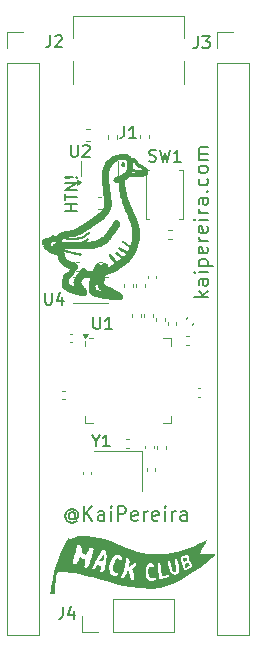
<source format=gbr>
%TF.GenerationSoftware,KiCad,Pcbnew,9.0.3-9.0.3-0~ubuntu24.04.1*%
%TF.CreationDate,2025-10-01T17:01:55-07:00*%
%TF.ProjectId,devboard,64657662-6f61-4726-942e-6b696361645f,rev?*%
%TF.SameCoordinates,Original*%
%TF.FileFunction,Legend,Top*%
%TF.FilePolarity,Positive*%
%FSLAX46Y46*%
G04 Gerber Fmt 4.6, Leading zero omitted, Abs format (unit mm)*
G04 Created by KiCad (PCBNEW 9.0.3-9.0.3-0~ubuntu24.04.1) date 2025-10-01 17:01:55*
%MOMM*%
%LPD*%
G01*
G04 APERTURE LIST*
%ADD10C,0.200000*%
%ADD11C,0.150000*%
%ADD12C,0.120000*%
%ADD13C,0.000000*%
G04 APERTURE END LIST*
D10*
X149067219Y-97230326D02*
X148067219Y-97230326D01*
X148543409Y-97230326D02*
X148543409Y-96658898D01*
X149067219Y-96658898D02*
X148067219Y-96658898D01*
X148067219Y-96325564D02*
X148067219Y-95754136D01*
X149067219Y-96039850D02*
X148067219Y-96039850D01*
X149067219Y-95420802D02*
X148067219Y-95420802D01*
X148067219Y-95420802D02*
X149067219Y-94849374D01*
X149067219Y-94849374D02*
X148067219Y-94849374D01*
X148971980Y-94373183D02*
X149019600Y-94325564D01*
X149019600Y-94325564D02*
X149067219Y-94373183D01*
X149067219Y-94373183D02*
X149019600Y-94420802D01*
X149019600Y-94420802D02*
X148971980Y-94373183D01*
X148971980Y-94373183D02*
X149067219Y-94373183D01*
X148686266Y-94373183D02*
X148114838Y-94420802D01*
X148114838Y-94420802D02*
X148067219Y-94373183D01*
X148067219Y-94373183D02*
X148114838Y-94325564D01*
X148114838Y-94325564D02*
X148686266Y-94373183D01*
X148686266Y-94373183D02*
X148067219Y-94373183D01*
X148860149Y-122871314D02*
X148803006Y-122814171D01*
X148803006Y-122814171D02*
X148688720Y-122757028D01*
X148688720Y-122757028D02*
X148574435Y-122757028D01*
X148574435Y-122757028D02*
X148460149Y-122814171D01*
X148460149Y-122814171D02*
X148403006Y-122871314D01*
X148403006Y-122871314D02*
X148345863Y-122985600D01*
X148345863Y-122985600D02*
X148345863Y-123099885D01*
X148345863Y-123099885D02*
X148403006Y-123214171D01*
X148403006Y-123214171D02*
X148460149Y-123271314D01*
X148460149Y-123271314D02*
X148574435Y-123328457D01*
X148574435Y-123328457D02*
X148688720Y-123328457D01*
X148688720Y-123328457D02*
X148803006Y-123271314D01*
X148803006Y-123271314D02*
X148860149Y-123214171D01*
X148860149Y-122757028D02*
X148860149Y-123214171D01*
X148860149Y-123214171D02*
X148917292Y-123271314D01*
X148917292Y-123271314D02*
X148974435Y-123271314D01*
X148974435Y-123271314D02*
X149088720Y-123214171D01*
X149088720Y-123214171D02*
X149145863Y-123099885D01*
X149145863Y-123099885D02*
X149145863Y-122814171D01*
X149145863Y-122814171D02*
X149031578Y-122642742D01*
X149031578Y-122642742D02*
X148860149Y-122528457D01*
X148860149Y-122528457D02*
X148631578Y-122471314D01*
X148631578Y-122471314D02*
X148403006Y-122528457D01*
X148403006Y-122528457D02*
X148231578Y-122642742D01*
X148231578Y-122642742D02*
X148117292Y-122814171D01*
X148117292Y-122814171D02*
X148060149Y-123042742D01*
X148060149Y-123042742D02*
X148117292Y-123271314D01*
X148117292Y-123271314D02*
X148231578Y-123442742D01*
X148231578Y-123442742D02*
X148403006Y-123557028D01*
X148403006Y-123557028D02*
X148631578Y-123614171D01*
X148631578Y-123614171D02*
X148860149Y-123557028D01*
X148860149Y-123557028D02*
X149031578Y-123442742D01*
X149660149Y-123442742D02*
X149660149Y-122242742D01*
X150345863Y-123442742D02*
X149831577Y-122757028D01*
X150345863Y-122242742D02*
X149660149Y-122928457D01*
X151374435Y-123442742D02*
X151374435Y-122814171D01*
X151374435Y-122814171D02*
X151317292Y-122699885D01*
X151317292Y-122699885D02*
X151203006Y-122642742D01*
X151203006Y-122642742D02*
X150974435Y-122642742D01*
X150974435Y-122642742D02*
X150860149Y-122699885D01*
X151374435Y-123385600D02*
X151260149Y-123442742D01*
X151260149Y-123442742D02*
X150974435Y-123442742D01*
X150974435Y-123442742D02*
X150860149Y-123385600D01*
X150860149Y-123385600D02*
X150803006Y-123271314D01*
X150803006Y-123271314D02*
X150803006Y-123157028D01*
X150803006Y-123157028D02*
X150860149Y-123042742D01*
X150860149Y-123042742D02*
X150974435Y-122985600D01*
X150974435Y-122985600D02*
X151260149Y-122985600D01*
X151260149Y-122985600D02*
X151374435Y-122928457D01*
X151945863Y-123442742D02*
X151945863Y-122642742D01*
X151945863Y-122242742D02*
X151888720Y-122299885D01*
X151888720Y-122299885D02*
X151945863Y-122357028D01*
X151945863Y-122357028D02*
X152003006Y-122299885D01*
X152003006Y-122299885D02*
X151945863Y-122242742D01*
X151945863Y-122242742D02*
X151945863Y-122357028D01*
X152517292Y-123442742D02*
X152517292Y-122242742D01*
X152517292Y-122242742D02*
X152974435Y-122242742D01*
X152974435Y-122242742D02*
X153088720Y-122299885D01*
X153088720Y-122299885D02*
X153145863Y-122357028D01*
X153145863Y-122357028D02*
X153203006Y-122471314D01*
X153203006Y-122471314D02*
X153203006Y-122642742D01*
X153203006Y-122642742D02*
X153145863Y-122757028D01*
X153145863Y-122757028D02*
X153088720Y-122814171D01*
X153088720Y-122814171D02*
X152974435Y-122871314D01*
X152974435Y-122871314D02*
X152517292Y-122871314D01*
X154174435Y-123385600D02*
X154060149Y-123442742D01*
X154060149Y-123442742D02*
X153831578Y-123442742D01*
X153831578Y-123442742D02*
X153717292Y-123385600D01*
X153717292Y-123385600D02*
X153660149Y-123271314D01*
X153660149Y-123271314D02*
X153660149Y-122814171D01*
X153660149Y-122814171D02*
X153717292Y-122699885D01*
X153717292Y-122699885D02*
X153831578Y-122642742D01*
X153831578Y-122642742D02*
X154060149Y-122642742D01*
X154060149Y-122642742D02*
X154174435Y-122699885D01*
X154174435Y-122699885D02*
X154231578Y-122814171D01*
X154231578Y-122814171D02*
X154231578Y-122928457D01*
X154231578Y-122928457D02*
X153660149Y-123042742D01*
X154745863Y-123442742D02*
X154745863Y-122642742D01*
X154745863Y-122871314D02*
X154803006Y-122757028D01*
X154803006Y-122757028D02*
X154860149Y-122699885D01*
X154860149Y-122699885D02*
X154974434Y-122642742D01*
X154974434Y-122642742D02*
X155088720Y-122642742D01*
X155945863Y-123385600D02*
X155831577Y-123442742D01*
X155831577Y-123442742D02*
X155603006Y-123442742D01*
X155603006Y-123442742D02*
X155488720Y-123385600D01*
X155488720Y-123385600D02*
X155431577Y-123271314D01*
X155431577Y-123271314D02*
X155431577Y-122814171D01*
X155431577Y-122814171D02*
X155488720Y-122699885D01*
X155488720Y-122699885D02*
X155603006Y-122642742D01*
X155603006Y-122642742D02*
X155831577Y-122642742D01*
X155831577Y-122642742D02*
X155945863Y-122699885D01*
X155945863Y-122699885D02*
X156003006Y-122814171D01*
X156003006Y-122814171D02*
X156003006Y-122928457D01*
X156003006Y-122928457D02*
X155431577Y-123042742D01*
X156517291Y-123442742D02*
X156517291Y-122642742D01*
X156517291Y-122242742D02*
X156460148Y-122299885D01*
X156460148Y-122299885D02*
X156517291Y-122357028D01*
X156517291Y-122357028D02*
X156574434Y-122299885D01*
X156574434Y-122299885D02*
X156517291Y-122242742D01*
X156517291Y-122242742D02*
X156517291Y-122357028D01*
X157088720Y-123442742D02*
X157088720Y-122642742D01*
X157088720Y-122871314D02*
X157145863Y-122757028D01*
X157145863Y-122757028D02*
X157203006Y-122699885D01*
X157203006Y-122699885D02*
X157317291Y-122642742D01*
X157317291Y-122642742D02*
X157431577Y-122642742D01*
X158345863Y-123442742D02*
X158345863Y-122814171D01*
X158345863Y-122814171D02*
X158288720Y-122699885D01*
X158288720Y-122699885D02*
X158174434Y-122642742D01*
X158174434Y-122642742D02*
X157945863Y-122642742D01*
X157945863Y-122642742D02*
X157831577Y-122699885D01*
X158345863Y-123385600D02*
X158231577Y-123442742D01*
X158231577Y-123442742D02*
X157945863Y-123442742D01*
X157945863Y-123442742D02*
X157831577Y-123385600D01*
X157831577Y-123385600D02*
X157774434Y-123271314D01*
X157774434Y-123271314D02*
X157774434Y-123157028D01*
X157774434Y-123157028D02*
X157831577Y-123042742D01*
X157831577Y-123042742D02*
X157945863Y-122985600D01*
X157945863Y-122985600D02*
X158231577Y-122985600D01*
X158231577Y-122985600D02*
X158345863Y-122928457D01*
X160142742Y-104482707D02*
X158942742Y-104482707D01*
X159685600Y-104368422D02*
X160142742Y-104025564D01*
X159342742Y-104025564D02*
X159799885Y-104482707D01*
X160142742Y-102996993D02*
X159514171Y-102996993D01*
X159514171Y-102996993D02*
X159399885Y-103054135D01*
X159399885Y-103054135D02*
X159342742Y-103168421D01*
X159342742Y-103168421D02*
X159342742Y-103396993D01*
X159342742Y-103396993D02*
X159399885Y-103511278D01*
X160085600Y-102996993D02*
X160142742Y-103111278D01*
X160142742Y-103111278D02*
X160142742Y-103396993D01*
X160142742Y-103396993D02*
X160085600Y-103511278D01*
X160085600Y-103511278D02*
X159971314Y-103568421D01*
X159971314Y-103568421D02*
X159857028Y-103568421D01*
X159857028Y-103568421D02*
X159742742Y-103511278D01*
X159742742Y-103511278D02*
X159685600Y-103396993D01*
X159685600Y-103396993D02*
X159685600Y-103111278D01*
X159685600Y-103111278D02*
X159628457Y-102996993D01*
X160142742Y-102425564D02*
X159342742Y-102425564D01*
X158942742Y-102425564D02*
X158999885Y-102482707D01*
X158999885Y-102482707D02*
X159057028Y-102425564D01*
X159057028Y-102425564D02*
X158999885Y-102368421D01*
X158999885Y-102368421D02*
X158942742Y-102425564D01*
X158942742Y-102425564D02*
X159057028Y-102425564D01*
X159342742Y-101854135D02*
X160542742Y-101854135D01*
X159399885Y-101854135D02*
X159342742Y-101739850D01*
X159342742Y-101739850D02*
X159342742Y-101511278D01*
X159342742Y-101511278D02*
X159399885Y-101396992D01*
X159399885Y-101396992D02*
X159457028Y-101339850D01*
X159457028Y-101339850D02*
X159571314Y-101282707D01*
X159571314Y-101282707D02*
X159914171Y-101282707D01*
X159914171Y-101282707D02*
X160028457Y-101339850D01*
X160028457Y-101339850D02*
X160085600Y-101396992D01*
X160085600Y-101396992D02*
X160142742Y-101511278D01*
X160142742Y-101511278D02*
X160142742Y-101739850D01*
X160142742Y-101739850D02*
X160085600Y-101854135D01*
X160085600Y-100311278D02*
X160142742Y-100425564D01*
X160142742Y-100425564D02*
X160142742Y-100654136D01*
X160142742Y-100654136D02*
X160085600Y-100768421D01*
X160085600Y-100768421D02*
X159971314Y-100825564D01*
X159971314Y-100825564D02*
X159514171Y-100825564D01*
X159514171Y-100825564D02*
X159399885Y-100768421D01*
X159399885Y-100768421D02*
X159342742Y-100654136D01*
X159342742Y-100654136D02*
X159342742Y-100425564D01*
X159342742Y-100425564D02*
X159399885Y-100311278D01*
X159399885Y-100311278D02*
X159514171Y-100254136D01*
X159514171Y-100254136D02*
X159628457Y-100254136D01*
X159628457Y-100254136D02*
X159742742Y-100825564D01*
X160142742Y-99739850D02*
X159342742Y-99739850D01*
X159571314Y-99739850D02*
X159457028Y-99682707D01*
X159457028Y-99682707D02*
X159399885Y-99625565D01*
X159399885Y-99625565D02*
X159342742Y-99511279D01*
X159342742Y-99511279D02*
X159342742Y-99396993D01*
X160085600Y-98539850D02*
X160142742Y-98654136D01*
X160142742Y-98654136D02*
X160142742Y-98882708D01*
X160142742Y-98882708D02*
X160085600Y-98996993D01*
X160085600Y-98996993D02*
X159971314Y-99054136D01*
X159971314Y-99054136D02*
X159514171Y-99054136D01*
X159514171Y-99054136D02*
X159399885Y-98996993D01*
X159399885Y-98996993D02*
X159342742Y-98882708D01*
X159342742Y-98882708D02*
X159342742Y-98654136D01*
X159342742Y-98654136D02*
X159399885Y-98539850D01*
X159399885Y-98539850D02*
X159514171Y-98482708D01*
X159514171Y-98482708D02*
X159628457Y-98482708D01*
X159628457Y-98482708D02*
X159742742Y-99054136D01*
X160142742Y-97968422D02*
X159342742Y-97968422D01*
X158942742Y-97968422D02*
X158999885Y-98025565D01*
X158999885Y-98025565D02*
X159057028Y-97968422D01*
X159057028Y-97968422D02*
X158999885Y-97911279D01*
X158999885Y-97911279D02*
X158942742Y-97968422D01*
X158942742Y-97968422D02*
X159057028Y-97968422D01*
X160142742Y-97396993D02*
X159342742Y-97396993D01*
X159571314Y-97396993D02*
X159457028Y-97339850D01*
X159457028Y-97339850D02*
X159399885Y-97282708D01*
X159399885Y-97282708D02*
X159342742Y-97168422D01*
X159342742Y-97168422D02*
X159342742Y-97054136D01*
X160142742Y-96139851D02*
X159514171Y-96139851D01*
X159514171Y-96139851D02*
X159399885Y-96196993D01*
X159399885Y-96196993D02*
X159342742Y-96311279D01*
X159342742Y-96311279D02*
X159342742Y-96539851D01*
X159342742Y-96539851D02*
X159399885Y-96654136D01*
X160085600Y-96139851D02*
X160142742Y-96254136D01*
X160142742Y-96254136D02*
X160142742Y-96539851D01*
X160142742Y-96539851D02*
X160085600Y-96654136D01*
X160085600Y-96654136D02*
X159971314Y-96711279D01*
X159971314Y-96711279D02*
X159857028Y-96711279D01*
X159857028Y-96711279D02*
X159742742Y-96654136D01*
X159742742Y-96654136D02*
X159685600Y-96539851D01*
X159685600Y-96539851D02*
X159685600Y-96254136D01*
X159685600Y-96254136D02*
X159628457Y-96139851D01*
X160028457Y-95568422D02*
X160085600Y-95511279D01*
X160085600Y-95511279D02*
X160142742Y-95568422D01*
X160142742Y-95568422D02*
X160085600Y-95625565D01*
X160085600Y-95625565D02*
X160028457Y-95568422D01*
X160028457Y-95568422D02*
X160142742Y-95568422D01*
X160085600Y-94482708D02*
X160142742Y-94596993D01*
X160142742Y-94596993D02*
X160142742Y-94825565D01*
X160142742Y-94825565D02*
X160085600Y-94939850D01*
X160085600Y-94939850D02*
X160028457Y-94996993D01*
X160028457Y-94996993D02*
X159914171Y-95054136D01*
X159914171Y-95054136D02*
X159571314Y-95054136D01*
X159571314Y-95054136D02*
X159457028Y-94996993D01*
X159457028Y-94996993D02*
X159399885Y-94939850D01*
X159399885Y-94939850D02*
X159342742Y-94825565D01*
X159342742Y-94825565D02*
X159342742Y-94596993D01*
X159342742Y-94596993D02*
X159399885Y-94482708D01*
X160142742Y-93796994D02*
X160085600Y-93911279D01*
X160085600Y-93911279D02*
X160028457Y-93968422D01*
X160028457Y-93968422D02*
X159914171Y-94025565D01*
X159914171Y-94025565D02*
X159571314Y-94025565D01*
X159571314Y-94025565D02*
X159457028Y-93968422D01*
X159457028Y-93968422D02*
X159399885Y-93911279D01*
X159399885Y-93911279D02*
X159342742Y-93796994D01*
X159342742Y-93796994D02*
X159342742Y-93625565D01*
X159342742Y-93625565D02*
X159399885Y-93511279D01*
X159399885Y-93511279D02*
X159457028Y-93454137D01*
X159457028Y-93454137D02*
X159571314Y-93396994D01*
X159571314Y-93396994D02*
X159914171Y-93396994D01*
X159914171Y-93396994D02*
X160028457Y-93454137D01*
X160028457Y-93454137D02*
X160085600Y-93511279D01*
X160085600Y-93511279D02*
X160142742Y-93625565D01*
X160142742Y-93625565D02*
X160142742Y-93796994D01*
X160142742Y-92882708D02*
X159342742Y-92882708D01*
X159457028Y-92882708D02*
X159399885Y-92825565D01*
X159399885Y-92825565D02*
X159342742Y-92711280D01*
X159342742Y-92711280D02*
X159342742Y-92539851D01*
X159342742Y-92539851D02*
X159399885Y-92425565D01*
X159399885Y-92425565D02*
X159514171Y-92368423D01*
X159514171Y-92368423D02*
X160142742Y-92368423D01*
X159514171Y-92368423D02*
X159399885Y-92311280D01*
X159399885Y-92311280D02*
X159342742Y-92196994D01*
X159342742Y-92196994D02*
X159342742Y-92025565D01*
X159342742Y-92025565D02*
X159399885Y-91911280D01*
X159399885Y-91911280D02*
X159514171Y-91854137D01*
X159514171Y-91854137D02*
X160142742Y-91854137D01*
D11*
X150623809Y-116678628D02*
X150623809Y-117154819D01*
X150290476Y-116154819D02*
X150623809Y-116678628D01*
X150623809Y-116678628D02*
X150957142Y-116154819D01*
X151814285Y-117154819D02*
X151242857Y-117154819D01*
X151528571Y-117154819D02*
X151528571Y-116154819D01*
X151528571Y-116154819D02*
X151433333Y-116297676D01*
X151433333Y-116297676D02*
X151338095Y-116392914D01*
X151338095Y-116392914D02*
X151242857Y-116440533D01*
X155166667Y-93007200D02*
X155309524Y-93054819D01*
X155309524Y-93054819D02*
X155547619Y-93054819D01*
X155547619Y-93054819D02*
X155642857Y-93007200D01*
X155642857Y-93007200D02*
X155690476Y-92959580D01*
X155690476Y-92959580D02*
X155738095Y-92864342D01*
X155738095Y-92864342D02*
X155738095Y-92769104D01*
X155738095Y-92769104D02*
X155690476Y-92673866D01*
X155690476Y-92673866D02*
X155642857Y-92626247D01*
X155642857Y-92626247D02*
X155547619Y-92578628D01*
X155547619Y-92578628D02*
X155357143Y-92531009D01*
X155357143Y-92531009D02*
X155261905Y-92483390D01*
X155261905Y-92483390D02*
X155214286Y-92435771D01*
X155214286Y-92435771D02*
X155166667Y-92340533D01*
X155166667Y-92340533D02*
X155166667Y-92245295D01*
X155166667Y-92245295D02*
X155214286Y-92150057D01*
X155214286Y-92150057D02*
X155261905Y-92102438D01*
X155261905Y-92102438D02*
X155357143Y-92054819D01*
X155357143Y-92054819D02*
X155595238Y-92054819D01*
X155595238Y-92054819D02*
X155738095Y-92102438D01*
X156071429Y-92054819D02*
X156309524Y-93054819D01*
X156309524Y-93054819D02*
X156500000Y-92340533D01*
X156500000Y-92340533D02*
X156690476Y-93054819D01*
X156690476Y-93054819D02*
X156928572Y-92054819D01*
X157833333Y-93054819D02*
X157261905Y-93054819D01*
X157547619Y-93054819D02*
X157547619Y-92054819D01*
X157547619Y-92054819D02*
X157452381Y-92197676D01*
X157452381Y-92197676D02*
X157357143Y-92292914D01*
X157357143Y-92292914D02*
X157261905Y-92340533D01*
X147866666Y-130754819D02*
X147866666Y-131469104D01*
X147866666Y-131469104D02*
X147819047Y-131611961D01*
X147819047Y-131611961D02*
X147723809Y-131707200D01*
X147723809Y-131707200D02*
X147580952Y-131754819D01*
X147580952Y-131754819D02*
X147485714Y-131754819D01*
X148771428Y-131088152D02*
X148771428Y-131754819D01*
X148533333Y-130707200D02*
X148295238Y-131421485D01*
X148295238Y-131421485D02*
X148914285Y-131421485D01*
X150438095Y-106224819D02*
X150438095Y-107034342D01*
X150438095Y-107034342D02*
X150485714Y-107129580D01*
X150485714Y-107129580D02*
X150533333Y-107177200D01*
X150533333Y-107177200D02*
X150628571Y-107224819D01*
X150628571Y-107224819D02*
X150819047Y-107224819D01*
X150819047Y-107224819D02*
X150914285Y-107177200D01*
X150914285Y-107177200D02*
X150961904Y-107129580D01*
X150961904Y-107129580D02*
X151009523Y-107034342D01*
X151009523Y-107034342D02*
X151009523Y-106224819D01*
X152009523Y-107224819D02*
X151438095Y-107224819D01*
X151723809Y-107224819D02*
X151723809Y-106224819D01*
X151723809Y-106224819D02*
X151628571Y-106367676D01*
X151628571Y-106367676D02*
X151533333Y-106462914D01*
X151533333Y-106462914D02*
X151438095Y-106510533D01*
X153041666Y-90054819D02*
X153041666Y-90769104D01*
X153041666Y-90769104D02*
X152994047Y-90911961D01*
X152994047Y-90911961D02*
X152898809Y-91007200D01*
X152898809Y-91007200D02*
X152755952Y-91054819D01*
X152755952Y-91054819D02*
X152660714Y-91054819D01*
X154041666Y-91054819D02*
X153470238Y-91054819D01*
X153755952Y-91054819D02*
X153755952Y-90054819D01*
X153755952Y-90054819D02*
X153660714Y-90197676D01*
X153660714Y-90197676D02*
X153565476Y-90292914D01*
X153565476Y-90292914D02*
X153470238Y-90340533D01*
X159266666Y-82454819D02*
X159266666Y-83169104D01*
X159266666Y-83169104D02*
X159219047Y-83311961D01*
X159219047Y-83311961D02*
X159123809Y-83407200D01*
X159123809Y-83407200D02*
X158980952Y-83454819D01*
X158980952Y-83454819D02*
X158885714Y-83454819D01*
X159647619Y-82454819D02*
X160266666Y-82454819D01*
X160266666Y-82454819D02*
X159933333Y-82835771D01*
X159933333Y-82835771D02*
X160076190Y-82835771D01*
X160076190Y-82835771D02*
X160171428Y-82883390D01*
X160171428Y-82883390D02*
X160219047Y-82931009D01*
X160219047Y-82931009D02*
X160266666Y-83026247D01*
X160266666Y-83026247D02*
X160266666Y-83264342D01*
X160266666Y-83264342D02*
X160219047Y-83359580D01*
X160219047Y-83359580D02*
X160171428Y-83407200D01*
X160171428Y-83407200D02*
X160076190Y-83454819D01*
X160076190Y-83454819D02*
X159790476Y-83454819D01*
X159790476Y-83454819D02*
X159695238Y-83407200D01*
X159695238Y-83407200D02*
X159647619Y-83359580D01*
X146766666Y-82354819D02*
X146766666Y-83069104D01*
X146766666Y-83069104D02*
X146719047Y-83211961D01*
X146719047Y-83211961D02*
X146623809Y-83307200D01*
X146623809Y-83307200D02*
X146480952Y-83354819D01*
X146480952Y-83354819D02*
X146385714Y-83354819D01*
X147195238Y-82450057D02*
X147242857Y-82402438D01*
X147242857Y-82402438D02*
X147338095Y-82354819D01*
X147338095Y-82354819D02*
X147576190Y-82354819D01*
X147576190Y-82354819D02*
X147671428Y-82402438D01*
X147671428Y-82402438D02*
X147719047Y-82450057D01*
X147719047Y-82450057D02*
X147766666Y-82545295D01*
X147766666Y-82545295D02*
X147766666Y-82640533D01*
X147766666Y-82640533D02*
X147719047Y-82783390D01*
X147719047Y-82783390D02*
X147147619Y-83354819D01*
X147147619Y-83354819D02*
X147766666Y-83354819D01*
X148538095Y-91654819D02*
X148538095Y-92464342D01*
X148538095Y-92464342D02*
X148585714Y-92559580D01*
X148585714Y-92559580D02*
X148633333Y-92607200D01*
X148633333Y-92607200D02*
X148728571Y-92654819D01*
X148728571Y-92654819D02*
X148919047Y-92654819D01*
X148919047Y-92654819D02*
X149014285Y-92607200D01*
X149014285Y-92607200D02*
X149061904Y-92559580D01*
X149061904Y-92559580D02*
X149109523Y-92464342D01*
X149109523Y-92464342D02*
X149109523Y-91654819D01*
X149538095Y-91750057D02*
X149585714Y-91702438D01*
X149585714Y-91702438D02*
X149680952Y-91654819D01*
X149680952Y-91654819D02*
X149919047Y-91654819D01*
X149919047Y-91654819D02*
X150014285Y-91702438D01*
X150014285Y-91702438D02*
X150061904Y-91750057D01*
X150061904Y-91750057D02*
X150109523Y-91845295D01*
X150109523Y-91845295D02*
X150109523Y-91940533D01*
X150109523Y-91940533D02*
X150061904Y-92083390D01*
X150061904Y-92083390D02*
X149490476Y-92654819D01*
X149490476Y-92654819D02*
X150109523Y-92654819D01*
X146338095Y-104154819D02*
X146338095Y-104964342D01*
X146338095Y-104964342D02*
X146385714Y-105059580D01*
X146385714Y-105059580D02*
X146433333Y-105107200D01*
X146433333Y-105107200D02*
X146528571Y-105154819D01*
X146528571Y-105154819D02*
X146719047Y-105154819D01*
X146719047Y-105154819D02*
X146814285Y-105107200D01*
X146814285Y-105107200D02*
X146861904Y-105059580D01*
X146861904Y-105059580D02*
X146909523Y-104964342D01*
X146909523Y-104964342D02*
X146909523Y-104154819D01*
X147814285Y-104488152D02*
X147814285Y-105154819D01*
X147576190Y-104107200D02*
X147338095Y-104821485D01*
X147338095Y-104821485D02*
X147957142Y-104821485D01*
D12*
%TO.C,C6*%
X154065000Y-103657836D02*
X154065000Y-103442164D01*
X154785000Y-103657836D02*
X154785000Y-103442164D01*
%TO.C,C5*%
X156715000Y-106857836D02*
X156715000Y-106642164D01*
X157435000Y-106857836D02*
X157435000Y-106642164D01*
%TO.C,C13*%
X150105580Y-90270000D02*
X149824420Y-90270000D01*
X150105580Y-91290000D02*
X149824420Y-91290000D01*
%TO.C,C4*%
X148632836Y-107640000D02*
X148417164Y-107640000D01*
X148632836Y-108360000D02*
X148417164Y-108360000D01*
%TO.C,C2*%
X154815000Y-117122164D02*
X154815000Y-117337836D01*
X155535000Y-117122164D02*
X155535000Y-117337836D01*
%TO.C,Y1*%
X154585000Y-117520000D02*
X150465000Y-117520000D01*
X154585000Y-120940000D02*
X154585000Y-117520000D01*
%TO.C,C1*%
X158244190Y-106346693D02*
X158396693Y-106194190D01*
X158753307Y-106855810D02*
X158905810Y-106703307D01*
%TO.C,C7*%
X155025000Y-102917836D02*
X155025000Y-102702164D01*
X155745000Y-102917836D02*
X155745000Y-102702164D01*
%TO.C,R7*%
X148941359Y-101590000D02*
X149248641Y-101590000D01*
X148941359Y-102350000D02*
X149248641Y-102350000D01*
%TO.C,C15*%
X149515000Y-119292164D02*
X149515000Y-119507836D01*
X150235000Y-119292164D02*
X150235000Y-119507836D01*
%TO.C,R6*%
X156746359Y-98870000D02*
X157053641Y-98870000D01*
X156746359Y-99630000D02*
X157053641Y-99630000D01*
%TO.C,C11*%
X155740000Y-106527836D02*
X155740000Y-106312164D01*
X156460000Y-106527836D02*
X156460000Y-106312164D01*
%TO.C,C10*%
X155855000Y-117132164D02*
X155855000Y-117347836D01*
X156575000Y-117132164D02*
X156575000Y-117347836D01*
D13*
%TO.C,G\u002A\u002A\u002A*%
G36*
X158533501Y-127058856D02*
G01*
X158555635Y-127079952D01*
X158590330Y-127163328D01*
X158572436Y-127245212D01*
X158502611Y-127324361D01*
X158387433Y-127396571D01*
X158303804Y-127431943D01*
X158251091Y-127430869D01*
X158217503Y-127388709D01*
X158196242Y-127321333D01*
X158172839Y-127214266D01*
X158169912Y-127145109D01*
X158190096Y-127101598D01*
X158236027Y-127071471D01*
X158251388Y-127064781D01*
X158359712Y-127034551D01*
X158458734Y-127032824D01*
X158533501Y-127058856D01*
G37*
G36*
X158287079Y-126565329D02*
G01*
X158344542Y-126580796D01*
X158368912Y-126621356D01*
X158374188Y-126656870D01*
X158370553Y-126718122D01*
X158339104Y-126772116D01*
X158286732Y-126823274D01*
X158221912Y-126873187D01*
X158167541Y-126903206D01*
X158150916Y-126907127D01*
X158116817Y-126884807D01*
X158076725Y-126828291D01*
X158059241Y-126793972D01*
X158028320Y-126720274D01*
X158009690Y-126665139D01*
X158007293Y-126651798D01*
X158030424Y-126623919D01*
X158089466Y-126596515D01*
X158167297Y-126574877D01*
X158246798Y-126564297D01*
X158287079Y-126565329D01*
G37*
G36*
X151292882Y-126346240D02*
G01*
X151306043Y-126415745D01*
X151307723Y-126522296D01*
X151297321Y-126658293D01*
X151296266Y-126667505D01*
X151284915Y-126766112D01*
X151276280Y-126843453D01*
X151271991Y-126884872D01*
X151271819Y-126887159D01*
X151251856Y-126903876D01*
X151250681Y-126903710D01*
X151215545Y-126897808D01*
X151144614Y-126885959D01*
X151070964Y-126873680D01*
X150985667Y-126858725D01*
X150924902Y-126846664D01*
X150903872Y-126840911D01*
X150913649Y-126817155D01*
X150948022Y-126761062D01*
X150999733Y-126682964D01*
X151061523Y-126593195D01*
X151126133Y-126502087D01*
X151186304Y-126419973D01*
X151234777Y-126357186D01*
X151264293Y-126324059D01*
X151268842Y-126321383D01*
X151292882Y-126346240D01*
G37*
G36*
X149847981Y-124768166D02*
G01*
X150084767Y-124778886D01*
X150303820Y-124798259D01*
X150414298Y-124813005D01*
X150886818Y-124903911D01*
X151384972Y-125034107D01*
X151901198Y-125201246D01*
X152427935Y-125402981D01*
X152721698Y-125528864D01*
X153033934Y-125666279D01*
X153306189Y-125782384D01*
X153546065Y-125879769D01*
X153761162Y-125961026D01*
X153959084Y-126028747D01*
X154147433Y-126085523D01*
X154333809Y-126133945D01*
X154525816Y-126176604D01*
X154731055Y-126216093D01*
X154745178Y-126218637D01*
X154856354Y-126237691D01*
X154957798Y-126252430D01*
X155058814Y-126263382D01*
X155168704Y-126271078D01*
X155296773Y-126276045D01*
X155452324Y-126278813D01*
X155644659Y-126279911D01*
X155823480Y-126279952D01*
X156053410Y-126279203D01*
X156239626Y-126277165D01*
X156391659Y-126273294D01*
X156519038Y-126267047D01*
X156631295Y-126257882D01*
X156737958Y-126245254D01*
X156848559Y-126228623D01*
X156912658Y-126217891D01*
X157591582Y-126076003D01*
X158249304Y-125887224D01*
X158883135Y-125652486D01*
X159490389Y-125372718D01*
X159746100Y-125236907D01*
X159851612Y-125180313D01*
X159939373Y-125136657D01*
X159999524Y-125110618D01*
X160021829Y-125106035D01*
X160014024Y-125132552D01*
X159984624Y-125199574D01*
X159936815Y-125300475D01*
X159873786Y-125428631D01*
X159798725Y-125577415D01*
X159740746Y-125690257D01*
X159659267Y-125849695D01*
X159587820Y-125993358D01*
X159529559Y-126114579D01*
X159487639Y-126206694D01*
X159465215Y-126263035D01*
X159462798Y-126277613D01*
X159493164Y-126282421D01*
X159569211Y-126286709D01*
X159683374Y-126290277D01*
X159828085Y-126292926D01*
X159995779Y-126294457D01*
X160114500Y-126294758D01*
X160291813Y-126295557D01*
X160449867Y-126297801D01*
X160581391Y-126301261D01*
X160679112Y-126305706D01*
X160735759Y-126310908D01*
X160747112Y-126314727D01*
X160725814Y-126343946D01*
X160668138Y-126401630D01*
X160579475Y-126483217D01*
X160465220Y-126584146D01*
X160330763Y-126699855D01*
X160181497Y-126825782D01*
X160022816Y-126957367D01*
X159860110Y-127090048D01*
X159698772Y-127219263D01*
X159544196Y-127340451D01*
X159441800Y-127418898D01*
X158896329Y-127813746D01*
X158366117Y-128160682D01*
X157851785Y-128459390D01*
X157353957Y-128709556D01*
X156873254Y-128910863D01*
X156410299Y-129062998D01*
X156009853Y-129157516D01*
X155832048Y-129181775D01*
X155609900Y-129196739D01*
X155351454Y-129202649D01*
X155064756Y-129199744D01*
X154757851Y-129188265D01*
X154438785Y-129168451D01*
X154115603Y-129140542D01*
X153796352Y-129104778D01*
X153666876Y-129087680D01*
X153506033Y-129064643D01*
X153352651Y-129040733D01*
X153202048Y-129014785D01*
X153049545Y-128985633D01*
X152890461Y-128952109D01*
X152720116Y-128913049D01*
X152533830Y-128867284D01*
X152326923Y-128813649D01*
X152094715Y-128750978D01*
X151832524Y-128678104D01*
X151535672Y-128593861D01*
X151199478Y-128497083D01*
X150819262Y-128386602D01*
X150618343Y-128327952D01*
X150377107Y-128259277D01*
X150187879Y-128207749D01*
X152780005Y-128207749D01*
X152789067Y-128251495D01*
X152822451Y-128275634D01*
X152870819Y-128285843D01*
X152946064Y-128269723D01*
X153029713Y-128210358D01*
X153115352Y-128115649D01*
X153196563Y-127993495D01*
X153266932Y-127851798D01*
X153303979Y-127752463D01*
X153341553Y-127714570D01*
X153386481Y-127705869D01*
X153437023Y-127708130D01*
X153453981Y-127712526D01*
X153458841Y-127739612D01*
X153472075Y-127809068D01*
X153491779Y-127911015D01*
X153516055Y-128035574D01*
X153521585Y-128063831D01*
X153553411Y-128219656D01*
X153580469Y-128331367D01*
X153606307Y-128407446D01*
X153634472Y-128456376D01*
X153668513Y-128486637D01*
X153705889Y-128504464D01*
X153756768Y-128515716D01*
X153803584Y-128499795D01*
X153859905Y-128456498D01*
X153894433Y-128393850D01*
X153904085Y-128292158D01*
X153889936Y-128158875D01*
X153853062Y-128001455D01*
X153794540Y-127827351D01*
X153784622Y-127803075D01*
X154847694Y-127803075D01*
X154866597Y-127997664D01*
X154910198Y-128179069D01*
X154977318Y-128335605D01*
X155066778Y-128455584D01*
X155072378Y-128460942D01*
X155188266Y-128534935D01*
X155325862Y-128566934D01*
X155472579Y-128555679D01*
X155591657Y-128512893D01*
X155654980Y-128463841D01*
X155694663Y-128400342D01*
X155709636Y-128334871D01*
X155698829Y-128279903D01*
X155661172Y-128247914D01*
X155614507Y-128246536D01*
X155537337Y-128261372D01*
X155450826Y-128278182D01*
X155450725Y-128278202D01*
X155349636Y-128273327D01*
X155257453Y-128216954D01*
X155173370Y-128108519D01*
X155151532Y-128069443D01*
X155115774Y-127969199D01*
X155094266Y-127842327D01*
X155087110Y-127704805D01*
X155094410Y-127572608D01*
X155116269Y-127461713D01*
X155147181Y-127395031D01*
X155225165Y-127330128D01*
X155322749Y-127311384D01*
X155430187Y-127340524D01*
X155436664Y-127343796D01*
X155505994Y-127370550D01*
X155543605Y-127357353D01*
X155556856Y-127300428D01*
X155557232Y-127281893D01*
X155532521Y-127186662D01*
X155465959Y-127102938D01*
X155460419Y-127099594D01*
X155866377Y-127099594D01*
X155867385Y-127208651D01*
X155880880Y-127358145D01*
X155900182Y-127510055D01*
X155921235Y-127666422D01*
X155941241Y-127820093D01*
X155958257Y-127955795D01*
X155970338Y-128058251D01*
X155972542Y-128078616D01*
X155985706Y-128179650D01*
X156001612Y-128267474D01*
X156014342Y-128315334D01*
X156030113Y-128348835D01*
X156054690Y-128366260D01*
X156101459Y-128370706D01*
X156183807Y-128365271D01*
X156216962Y-128362223D01*
X156338270Y-128345545D01*
X156478155Y-128318581D01*
X156595007Y-128290134D01*
X156718305Y-128253202D01*
X156797887Y-128221257D01*
X156842326Y-128189203D01*
X156860190Y-128151944D01*
X156861844Y-128131454D01*
X156849170Y-128090210D01*
X156807146Y-128068630D01*
X156729769Y-128066067D01*
X156611039Y-128081875D01*
X156535172Y-128096288D01*
X156400276Y-128120189D01*
X156308050Y-128125733D01*
X156250230Y-128110094D01*
X156218552Y-128070447D01*
X156204752Y-128003964D01*
X156203122Y-127982733D01*
X156181216Y-127700145D01*
X156153268Y-127459550D01*
X156119751Y-127262830D01*
X156081141Y-127111867D01*
X156037911Y-127008543D01*
X155990535Y-126954740D01*
X155943227Y-126950773D01*
X155903803Y-126977081D01*
X155878352Y-127024546D01*
X155866377Y-127099594D01*
X155460419Y-127099594D01*
X155368901Y-127044350D01*
X155355317Y-127039515D01*
X155247707Y-127030311D01*
X155137489Y-127066079D01*
X155036392Y-127140509D01*
X154956145Y-127247291D01*
X154950958Y-127257078D01*
X154888695Y-127421096D01*
X154854667Y-127606990D01*
X154847694Y-127803075D01*
X153784622Y-127803075D01*
X153755236Y-127731145D01*
X153685210Y-127569679D01*
X153805198Y-127444745D01*
X153940247Y-127293779D01*
X154031187Y-127168236D01*
X154077634Y-127068809D01*
X154079200Y-126996193D01*
X154066810Y-126974367D01*
X154022979Y-126951963D01*
X153957284Y-126967152D01*
X153867050Y-127021398D01*
X153749605Y-127116166D01*
X153661584Y-127196258D01*
X153445072Y-127399685D01*
X153463205Y-127266561D01*
X153486559Y-127078961D01*
X153497978Y-126935167D01*
X153497368Y-126896994D01*
X156712033Y-126896994D01*
X156713085Y-126974173D01*
X156714818Y-126984442D01*
X156735409Y-127078452D01*
X156767401Y-127200055D01*
X156806906Y-127336826D01*
X156850038Y-127476342D01*
X156892911Y-127606178D01*
X156931638Y-127713910D01*
X156962333Y-127787115D01*
X156970873Y-127802957D01*
X157064425Y-127908972D01*
X157185261Y-127979403D01*
X157320306Y-128010415D01*
X157456485Y-127998170D01*
X157533843Y-127968177D01*
X157591074Y-127912646D01*
X157642722Y-127813756D01*
X157683707Y-127681395D01*
X157685746Y-127672470D01*
X157693927Y-127583970D01*
X157690306Y-127458224D01*
X157676407Y-127309541D01*
X157653755Y-127152230D01*
X157623874Y-127000601D01*
X157606815Y-126931813D01*
X157576957Y-126856797D01*
X157531330Y-126778573D01*
X157480592Y-126712159D01*
X157435404Y-126672572D01*
X157419211Y-126667505D01*
X157388973Y-126687508D01*
X157353626Y-126731515D01*
X157331330Y-126773174D01*
X157325063Y-126817306D01*
X157334645Y-126881692D01*
X157351410Y-126951169D01*
X157383861Y-127098029D01*
X157410201Y-127255077D01*
X157428738Y-127407706D01*
X157437777Y-127541313D01*
X157435624Y-127641293D01*
X157433385Y-127657895D01*
X157399732Y-127749816D01*
X157341136Y-127799602D01*
X157264592Y-127803016D01*
X157221836Y-127786042D01*
X157189667Y-127762652D01*
X157160723Y-127724877D01*
X157132277Y-127665611D01*
X157101600Y-127577750D01*
X157065964Y-127454188D01*
X157022641Y-127287819D01*
X157007689Y-127228307D01*
X156967167Y-127073157D01*
X156933479Y-126962333D01*
X156903554Y-126887843D01*
X156874320Y-126841693D01*
X156851202Y-126821005D01*
X156807775Y-126802827D01*
X156767052Y-126821237D01*
X156741740Y-126844662D01*
X156712033Y-126896994D01*
X153497368Y-126896994D01*
X153496246Y-126826828D01*
X153480149Y-126745592D01*
X153448473Y-126683106D01*
X153402660Y-126633874D01*
X157816972Y-126633874D01*
X157826281Y-126689478D01*
X157846452Y-126771629D01*
X157878844Y-126887647D01*
X157924812Y-127044850D01*
X157943642Y-127108532D01*
X157990916Y-127264366D01*
X158034989Y-127402494D01*
X158073098Y-127514818D01*
X158102481Y-127593236D01*
X158120376Y-127629648D01*
X158121764Y-127630905D01*
X158179642Y-127640142D01*
X158273194Y-127622487D01*
X158393417Y-127580021D01*
X158450859Y-127554751D01*
X158597034Y-127467582D01*
X158696259Y-127364656D01*
X158746303Y-127248675D01*
X158752201Y-127189698D01*
X158730496Y-127067620D01*
X158672203Y-126957006D01*
X158587557Y-126875444D01*
X158560460Y-126860175D01*
X158517456Y-126836478D01*
X158503991Y-126809898D01*
X158516188Y-126761979D01*
X158531484Y-126722249D01*
X158559686Y-126598653D01*
X158547161Y-126489612D01*
X158499173Y-126403446D01*
X158420983Y-126348475D01*
X158317853Y-126333019D01*
X158287519Y-126336513D01*
X158191608Y-126362556D01*
X158079638Y-126407471D01*
X157969897Y-126462393D01*
X157880674Y-126518456D01*
X157840645Y-126553158D01*
X157825511Y-126573033D01*
X157817168Y-126597499D01*
X157816972Y-126633874D01*
X153402660Y-126633874D01*
X153400002Y-126631018D01*
X153366936Y-126604660D01*
X153293307Y-126549995D01*
X153236363Y-126606939D01*
X153208578Y-126643500D01*
X153188284Y-126695819D01*
X153172692Y-126775227D01*
X153159016Y-126893053D01*
X153154780Y-126938597D01*
X153130804Y-127161899D01*
X153100451Y-127347877D01*
X153059555Y-127512410D01*
X153003947Y-127671379D01*
X152929461Y-127840662D01*
X152904422Y-127892546D01*
X152837116Y-128034906D01*
X152795833Y-128137763D01*
X152780005Y-128207749D01*
X150187879Y-128207749D01*
X150117748Y-128188652D01*
X149851141Y-128118803D01*
X149588164Y-128052454D01*
X149339694Y-127992331D01*
X149116607Y-127941159D01*
X148929781Y-127901664D01*
X148874423Y-127891001D01*
X148687861Y-127862832D01*
X148468688Y-127840204D01*
X148233249Y-127823948D01*
X147997889Y-127814893D01*
X147778955Y-127813869D01*
X147592792Y-127821705D01*
X147561456Y-127824360D01*
X147359701Y-127843266D01*
X147331157Y-127980909D01*
X147286007Y-128240216D01*
X147248954Y-128539402D01*
X147221357Y-128865525D01*
X147205535Y-129176886D01*
X147189072Y-129649475D01*
X146993383Y-129649475D01*
X146889796Y-129647416D01*
X146829400Y-129639850D01*
X146802248Y-129624694D01*
X146797694Y-129608489D01*
X146801147Y-129547137D01*
X146810565Y-129445266D01*
X146824531Y-129315092D01*
X146841632Y-129168831D01*
X146860453Y-129018701D01*
X146879579Y-128876918D01*
X146893155Y-128784171D01*
X146982219Y-128285278D01*
X147095643Y-127800385D01*
X147237080Y-127317053D01*
X147350555Y-126993078D01*
X148703422Y-126993078D01*
X148713113Y-127058210D01*
X148742233Y-127101870D01*
X148771094Y-127121822D01*
X148851672Y-127136745D01*
X148939733Y-127102404D01*
X149031824Y-127021647D01*
X149124494Y-126897324D01*
X149194960Y-126771935D01*
X149299404Y-126564207D01*
X149529343Y-126654477D01*
X149630303Y-126694641D01*
X149710294Y-126727464D01*
X149757953Y-126748233D01*
X149766199Y-126752719D01*
X149764204Y-126780496D01*
X149753097Y-126848333D01*
X149734943Y-126944230D01*
X149723588Y-127000314D01*
X149701315Y-127115105D01*
X149684125Y-127217064D01*
X149674653Y-127289964D01*
X149673613Y-127307830D01*
X149691177Y-127388031D01*
X149739520Y-127430878D01*
X149810167Y-127434998D01*
X149831256Y-127426017D01*
X150349819Y-127426017D01*
X150354208Y-127488744D01*
X150375007Y-127532288D01*
X150403625Y-127564905D01*
X150434520Y-127570220D01*
X150487817Y-127549552D01*
X150506160Y-127540881D01*
X150582452Y-127485851D01*
X150660256Y-127398949D01*
X150685699Y-127362506D01*
X150772683Y-127228267D01*
X150935136Y-127244186D01*
X151024248Y-127255390D01*
X151091178Y-127268367D01*
X151117853Y-127278273D01*
X151120910Y-127311281D01*
X151107823Y-127377821D01*
X151088724Y-127441249D01*
X151047662Y-127565323D01*
X151024216Y-127650231D01*
X151017340Y-127706682D01*
X151025985Y-127745382D01*
X151049105Y-127777038D01*
X151055270Y-127783362D01*
X151119451Y-127820344D01*
X151190465Y-127807396D01*
X151271110Y-127743774D01*
X151292982Y-127720003D01*
X151347301Y-127632016D01*
X151395122Y-127508865D01*
X151786677Y-127508865D01*
X151806984Y-127692303D01*
X151856015Y-127850161D01*
X151932465Y-127977534D01*
X152035032Y-128069515D01*
X152162410Y-128121196D01*
X152250431Y-128130823D01*
X152340076Y-128118561D01*
X152416450Y-128091444D01*
X152481196Y-128037398D01*
X152513944Y-127967961D01*
X152508398Y-127900174D01*
X152495100Y-127878584D01*
X152447023Y-127850988D01*
X152376265Y-127839008D01*
X152373801Y-127838993D01*
X152273419Y-127815203D01*
X152211319Y-127775306D01*
X152172462Y-127736578D01*
X152148924Y-127692966D01*
X152135780Y-127629054D01*
X152128105Y-127529431D01*
X152127201Y-127512051D01*
X152133839Y-127336431D01*
X152167395Y-127152668D01*
X152223093Y-126975654D01*
X152296157Y-126820280D01*
X152381813Y-126701437D01*
X152389798Y-126693220D01*
X152465584Y-126649865D01*
X152552449Y-126646079D01*
X152629146Y-126681785D01*
X152641823Y-126694129D01*
X152709174Y-126739978D01*
X152778274Y-126742579D01*
X152833737Y-126702877D01*
X152845993Y-126681607D01*
X152857958Y-126597387D01*
X152832374Y-126501277D01*
X152775937Y-126411020D01*
X152726256Y-126364180D01*
X152637503Y-126325273D01*
X152521813Y-126310789D01*
X152399741Y-126321065D01*
X152291839Y-126356437D01*
X152290632Y-126357058D01*
X152180262Y-126437843D01*
X152072616Y-126559987D01*
X151976503Y-126711945D01*
X151911142Y-126854152D01*
X151837452Y-127084883D01*
X151796399Y-127304757D01*
X151786677Y-127508865D01*
X151395122Y-127508865D01*
X151398651Y-127499776D01*
X151445206Y-127332265D01*
X151485145Y-127138467D01*
X151516641Y-126927366D01*
X151537873Y-126707944D01*
X151547016Y-126489186D01*
X151547195Y-126467819D01*
X151543351Y-126285700D01*
X151528302Y-126147109D01*
X151499952Y-126043109D01*
X151456206Y-125964766D01*
X151419785Y-125924548D01*
X151343644Y-125882355D01*
X151261353Y-125893035D01*
X151172934Y-125956572D01*
X151078409Y-126072949D01*
X150977799Y-126242149D01*
X150953324Y-126289478D01*
X150905701Y-126381376D01*
X150838728Y-126507368D01*
X150759067Y-126655085D01*
X150673380Y-126812157D01*
X150606507Y-126933460D01*
X150528916Y-127074991D01*
X150460093Y-127203389D01*
X150404391Y-127310304D01*
X150366161Y-127387384D01*
X150349819Y-127426017D01*
X149831256Y-127426017D01*
X149894644Y-127399022D01*
X149953383Y-127353092D01*
X149990495Y-127314291D01*
X150022909Y-127267808D01*
X150054520Y-127204820D01*
X150089226Y-127116508D01*
X150130923Y-126994051D01*
X150179772Y-126840565D01*
X150231827Y-126670004D01*
X150284492Y-126490083D01*
X150332731Y-126318483D01*
X150371511Y-126172883D01*
X150383075Y-126126593D01*
X150453051Y-125838617D01*
X150399902Y-125767159D01*
X150345620Y-125714507D01*
X150288811Y-125687121D01*
X150287980Y-125686992D01*
X150224507Y-125690793D01*
X150164140Y-125725421D01*
X150102141Y-125796102D01*
X150033771Y-125908062D01*
X149965772Y-126042378D01*
X149910323Y-126152250D01*
X149859731Y-126241749D01*
X149819790Y-126301292D01*
X149797143Y-126321383D01*
X149755324Y-126311852D01*
X149681677Y-126287054D01*
X149605587Y-126257713D01*
X149449088Y-126194042D01*
X149447850Y-125944872D01*
X149440071Y-125777987D01*
X149416554Y-125653667D01*
X149374172Y-125562745D01*
X149309801Y-125496052D01*
X149290146Y-125482247D01*
X149211344Y-125458631D01*
X149132347Y-125478254D01*
X149072616Y-125534864D01*
X149062433Y-125555387D01*
X149047507Y-125604415D01*
X149024957Y-125692951D01*
X148997867Y-125808344D01*
X148969877Y-125935324D01*
X148933058Y-126094074D01*
X148885778Y-126278422D01*
X148834616Y-126463518D01*
X148793950Y-126599810D01*
X148743539Y-126770782D01*
X148713463Y-126899570D01*
X148703422Y-126993078D01*
X147350555Y-126993078D01*
X147410182Y-126822843D01*
X147618601Y-126305316D01*
X147626015Y-126287951D01*
X147694270Y-126132799D01*
X147774423Y-125957819D01*
X147861801Y-125772543D01*
X147951731Y-125586501D01*
X148039538Y-125409227D01*
X148120551Y-125250250D01*
X148190095Y-125119104D01*
X148243496Y-125025318D01*
X148251165Y-125012933D01*
X148302915Y-124947202D01*
X148350225Y-124913886D01*
X148383964Y-124916783D01*
X148395178Y-124953058D01*
X148409204Y-124982534D01*
X148441771Y-124976948D01*
X148738522Y-124875910D01*
X149004564Y-124812008D01*
X149171752Y-124788019D01*
X149377419Y-124772723D01*
X149607514Y-124766109D01*
X149847981Y-124768166D01*
G37*
D12*
%TO.C,SW1*%
X154855000Y-93780000D02*
X155155000Y-93780000D01*
X154855000Y-97920000D02*
X154855000Y-93780000D01*
X155155000Y-97920000D02*
X154855000Y-97920000D01*
X157695000Y-93780000D02*
X157995000Y-93780000D01*
X157995000Y-93780000D02*
X157995000Y-97920000D01*
X157995000Y-97920000D02*
X157695000Y-97920000D01*
%TO.C,J4*%
X149455000Y-132870000D02*
X149455000Y-131490000D01*
X150835000Y-132870000D02*
X149455000Y-132870000D01*
X152105000Y-130110000D02*
X157295000Y-130110000D01*
X152105000Y-132870000D02*
X152105000Y-130110000D01*
X152105000Y-132870000D02*
X157295000Y-132870000D01*
X157295000Y-132870000D02*
X157295000Y-130110000D01*
%TO.C,R5*%
X153468641Y-116530000D02*
X153161359Y-116530000D01*
X153468641Y-117290000D02*
X153161359Y-117290000D01*
%TO.C,C14*%
X151115580Y-96040000D02*
X150834420Y-96040000D01*
X151115580Y-97060000D02*
X150834420Y-97060000D01*
D13*
%TO.C,G\u002A\u002A\u002A*%
G36*
X153019450Y-93108841D02*
G01*
X153076026Y-93150358D01*
X153123341Y-93205225D01*
X153149706Y-93261717D01*
X153151822Y-93279511D01*
X153135526Y-93362365D01*
X153092183Y-93426458D01*
X153030114Y-93468138D01*
X152957639Y-93483754D01*
X152883079Y-93469655D01*
X152818350Y-93425869D01*
X152771671Y-93355982D01*
X152758579Y-93281036D01*
X152775510Y-93209120D01*
X152818899Y-93148326D01*
X152885181Y-93106741D01*
X152965298Y-93092396D01*
X153019450Y-93108841D01*
G37*
G36*
X152892858Y-92424751D02*
G01*
X152990165Y-92426820D01*
X153078331Y-92430643D01*
X153146733Y-92435646D01*
X153181380Y-92440391D01*
X153244454Y-92444274D01*
X153302392Y-92435412D01*
X153381709Y-92431485D01*
X153459914Y-92464916D01*
X153533652Y-92533717D01*
X153579504Y-92599646D01*
X153643923Y-92707904D01*
X153770394Y-92701400D01*
X153853331Y-92701707D01*
X153918674Y-92710670D01*
X153943079Y-92719227D01*
X154053156Y-92797385D01*
X154146917Y-92903039D01*
X154215354Y-93024956D01*
X154236167Y-93084541D01*
X154257018Y-93142387D01*
X154280724Y-93185317D01*
X154288749Y-93194140D01*
X154323216Y-93214889D01*
X154382894Y-93243924D01*
X154455966Y-93276049D01*
X154530609Y-93306065D01*
X154594764Y-93328701D01*
X154652041Y-93356541D01*
X154725402Y-93405917D01*
X154804879Y-93468796D01*
X154880501Y-93537146D01*
X154942296Y-93602933D01*
X154955233Y-93619104D01*
X155022484Y-93728567D01*
X155062105Y-93840886D01*
X155071557Y-93947137D01*
X155063254Y-93998734D01*
X155021347Y-94086879D01*
X154949028Y-94169229D01*
X154855193Y-94237118D01*
X154784690Y-94270206D01*
X154637759Y-94314584D01*
X154474569Y-94346107D01*
X154302967Y-94364751D01*
X154130798Y-94370495D01*
X153965909Y-94363315D01*
X153816145Y-94343190D01*
X153689353Y-94310096D01*
X153608567Y-94273586D01*
X153551302Y-94248175D01*
X153516592Y-94251846D01*
X153506516Y-94278926D01*
X153492655Y-94303178D01*
X153455803Y-94345988D01*
X153403059Y-94400461D01*
X153341521Y-94459702D01*
X153278287Y-94516816D01*
X153220456Y-94564907D01*
X153186276Y-94589991D01*
X153156694Y-94610318D01*
X153135550Y-94629820D01*
X153122022Y-94654708D01*
X153115291Y-94691192D01*
X153114536Y-94745482D01*
X153118937Y-94823787D01*
X153127674Y-94932318D01*
X153132909Y-94993948D01*
X153162068Y-95276739D01*
X153198697Y-95523802D01*
X153243424Y-95738220D01*
X153296874Y-95923076D01*
X153349202Y-96058284D01*
X153368580Y-96106119D01*
X153397208Y-96181735D01*
X153431568Y-96275627D01*
X153468143Y-96378293D01*
X153476839Y-96403125D01*
X153514627Y-96510647D01*
X153545834Y-96596620D01*
X153574723Y-96671508D01*
X153605554Y-96745773D01*
X153642589Y-96829878D01*
X153690091Y-96934286D01*
X153717237Y-96993332D01*
X153758347Y-97084964D01*
X153804888Y-97192253D01*
X153847775Y-97294212D01*
X153853686Y-97308615D01*
X153887690Y-97391104D01*
X153919262Y-97466411D01*
X153943225Y-97522229D01*
X153949326Y-97535918D01*
X153972018Y-97588645D01*
X154005364Y-97669796D01*
X154046051Y-97770942D01*
X154090768Y-97883654D01*
X154136202Y-97999504D01*
X154179041Y-98110064D01*
X154215974Y-98206903D01*
X154243687Y-98281595D01*
X154255187Y-98314274D01*
X154288190Y-98415862D01*
X154313583Y-98504755D01*
X154332347Y-98588711D01*
X154345465Y-98675492D01*
X154353918Y-98772855D01*
X154358688Y-98888562D01*
X154360755Y-99030372D01*
X154361121Y-99151745D01*
X154360540Y-99312975D01*
X154358413Y-99441427D01*
X154354364Y-99543715D01*
X154348015Y-99626453D01*
X154338989Y-99696256D01*
X154326909Y-99759739D01*
X154326276Y-99762606D01*
X154302351Y-99857999D01*
X154268076Y-99978216D01*
X154226386Y-100114373D01*
X154180216Y-100257590D01*
X154132500Y-100398983D01*
X154086174Y-100529671D01*
X154044173Y-100640773D01*
X154009431Y-100723406D01*
X154007222Y-100728160D01*
X153964055Y-100817062D01*
X153920913Y-100900487D01*
X153882305Y-100970193D01*
X153852735Y-101017940D01*
X153840172Y-101033591D01*
X153825087Y-101054141D01*
X153795684Y-101099192D01*
X153757983Y-101159490D01*
X153753269Y-101167178D01*
X153708583Y-101230874D01*
X153644062Y-101310970D01*
X153568601Y-101396884D01*
X153496521Y-101472608D01*
X153418918Y-101550383D01*
X153361908Y-101606519D01*
X153318196Y-101647227D01*
X153280491Y-101678718D01*
X153241497Y-101707200D01*
X153193921Y-101738885D01*
X153151591Y-101766306D01*
X153087204Y-101809236D01*
X153030164Y-101849457D01*
X152998924Y-101873367D01*
X152947311Y-101915456D01*
X152888388Y-101961373D01*
X152812132Y-102018856D01*
X152767571Y-102051982D01*
X152714346Y-102091982D01*
X152674819Y-102122709D01*
X152659192Y-102135973D01*
X152636330Y-102154549D01*
X152593652Y-102184814D01*
X152542415Y-102219294D01*
X152493877Y-102250512D01*
X152459294Y-102270992D01*
X152449827Y-102275018D01*
X152428096Y-102285446D01*
X152388181Y-102311309D01*
X152376761Y-102319355D01*
X152314235Y-102360074D01*
X152248114Y-102397607D01*
X152245635Y-102398875D01*
X152183303Y-102431195D01*
X152124935Y-102462417D01*
X152120979Y-102464589D01*
X152069703Y-102484741D01*
X151998751Y-102503104D01*
X151953484Y-102511200D01*
X151874644Y-102527251D01*
X151781578Y-102552937D01*
X151706070Y-102578496D01*
X151632853Y-102603946D01*
X151568744Y-102622281D01*
X151527121Y-102629696D01*
X151525956Y-102629712D01*
X151502844Y-102633989D01*
X151484637Y-102651732D01*
X151467314Y-102690307D01*
X151446851Y-102757080D01*
X151437172Y-102792280D01*
X151400209Y-102936815D01*
X151376193Y-103052727D01*
X151364143Y-103148260D01*
X151363080Y-103231658D01*
X151372023Y-103311165D01*
X151374091Y-103322853D01*
X151392784Y-103402200D01*
X151416938Y-103454502D01*
X151451737Y-103491717D01*
X151492247Y-103521233D01*
X151520035Y-103535747D01*
X151522222Y-103536053D01*
X151547415Y-103543496D01*
X151600272Y-103563394D01*
X151672417Y-103592260D01*
X151755470Y-103626609D01*
X151841056Y-103662954D01*
X151920796Y-103697810D01*
X151986311Y-103727689D01*
X152008921Y-103738583D01*
X152078792Y-103775403D01*
X152158043Y-103820336D01*
X152197332Y-103843887D01*
X152259720Y-103879761D01*
X152344081Y-103924887D01*
X152436615Y-103971980D01*
X152483057Y-103994673D01*
X152645438Y-104084655D01*
X152769817Y-104180616D01*
X152857284Y-104283558D01*
X152904946Y-104381785D01*
X152929646Y-104502922D01*
X152918059Y-104610094D01*
X152869961Y-104705234D01*
X152866870Y-104709348D01*
X152814828Y-104777579D01*
X152406948Y-104775793D01*
X152264108Y-104774742D01*
X152153013Y-104772573D01*
X152066002Y-104768645D01*
X151995411Y-104762318D01*
X151933578Y-104752951D01*
X151872842Y-104739905D01*
X151821721Y-104726874D01*
X151735964Y-104706894D01*
X151623952Y-104684839D01*
X151498593Y-104663049D01*
X151372795Y-104643870D01*
X151338944Y-104639245D01*
X151096070Y-104603494D01*
X150888250Y-104564732D01*
X150711163Y-104521551D01*
X150560484Y-104472543D01*
X150431891Y-104416301D01*
X150321060Y-104351417D01*
X150223670Y-104276484D01*
X150222960Y-104275863D01*
X150139754Y-104186946D01*
X150078770Y-104083414D01*
X150039789Y-103962382D01*
X150022588Y-103820969D01*
X150026947Y-103656289D01*
X150033083Y-103610721D01*
X150612981Y-103610721D01*
X150614318Y-103683022D01*
X150624937Y-103740863D01*
X150644611Y-103790147D01*
X150645899Y-103792626D01*
X150688552Y-103849370D01*
X150754309Y-103895660D01*
X150849403Y-103935182D01*
X150925135Y-103957718D01*
X151005565Y-103977988D01*
X151050982Y-103985017D01*
X151063903Y-103977584D01*
X151046847Y-103954469D01*
X151006715Y-103918193D01*
X150923583Y-103826907D01*
X150855417Y-103706716D01*
X150800094Y-103553616D01*
X150785909Y-103501552D01*
X150763357Y-103395507D01*
X150751385Y-103289631D01*
X150750591Y-103178080D01*
X150761575Y-103055013D01*
X150784937Y-102914585D01*
X150821276Y-102750953D01*
X150871192Y-102558275D01*
X150889504Y-102491776D01*
X150924992Y-102364073D01*
X150950852Y-102269978D01*
X150968094Y-102205148D01*
X150977730Y-102165243D01*
X150980771Y-102145923D01*
X150978227Y-102142848D01*
X150971111Y-102151676D01*
X150967437Y-102157219D01*
X150951944Y-102190760D01*
X150927959Y-102254158D01*
X150898057Y-102339448D01*
X150864811Y-102438662D01*
X150830797Y-102543832D01*
X150798590Y-102646994D01*
X150770764Y-102740179D01*
X150749894Y-102815420D01*
X150738554Y-102864752D01*
X150738319Y-102866174D01*
X150729417Y-102917386D01*
X150714687Y-102997655D01*
X150695925Y-103097373D01*
X150674926Y-103206929D01*
X150666949Y-103248038D01*
X150639069Y-103399132D01*
X150621156Y-103518059D01*
X150612981Y-103610721D01*
X150033083Y-103610721D01*
X150052645Y-103465459D01*
X150099460Y-103245596D01*
X150133794Y-103112489D01*
X150208610Y-102836617D01*
X150049611Y-102813288D01*
X149964124Y-102798352D01*
X149884697Y-102780379D01*
X149826743Y-102762918D01*
X149820985Y-102760617D01*
X149751357Y-102731275D01*
X149702936Y-102803651D01*
X149667594Y-102851867D01*
X149637159Y-102885806D01*
X149629701Y-102891785D01*
X149607140Y-102917565D01*
X149604887Y-102927129D01*
X149592550Y-102953363D01*
X149562202Y-102992573D01*
X149555624Y-102999843D01*
X149523152Y-103039333D01*
X149506820Y-103067950D01*
X149506361Y-103070887D01*
X149493317Y-103094178D01*
X149460267Y-103132698D01*
X149439827Y-103153419D01*
X149373294Y-103218036D01*
X149432318Y-103321382D01*
X149493046Y-103417578D01*
X149572507Y-103528967D01*
X149661321Y-103643122D01*
X149750107Y-103747615D01*
X149772908Y-103772613D01*
X149838759Y-103845870D01*
X149881415Y-103902859D01*
X149905840Y-103954881D01*
X149917001Y-104013238D01*
X149919864Y-104089231D01*
X149919879Y-104107060D01*
X149916542Y-104186752D01*
X149908035Y-104256762D01*
X149896147Y-104302734D01*
X149895248Y-104304654D01*
X149864885Y-104340109D01*
X149811452Y-104380982D01*
X149762528Y-104409781D01*
X149703465Y-104438149D01*
X149654287Y-104453909D01*
X149600194Y-104459648D01*
X149526387Y-104457953D01*
X149496508Y-104456282D01*
X149386021Y-104443650D01*
X149264159Y-104417006D01*
X149119991Y-104373903D01*
X149102404Y-104368086D01*
X148991420Y-104331386D01*
X148874406Y-104293191D01*
X148766880Y-104258540D01*
X148698448Y-104236862D01*
X148579584Y-104193252D01*
X148449015Y-104134468D01*
X148313667Y-104064702D01*
X148180470Y-103988146D01*
X148056349Y-103908992D01*
X147948234Y-103831431D01*
X147863053Y-103759656D01*
X147807794Y-103697947D01*
X147774999Y-103645679D01*
X147755072Y-103597355D01*
X147744052Y-103538890D01*
X147737977Y-103456201D01*
X147737597Y-103448335D01*
X147736013Y-103352326D01*
X147743820Y-103274574D01*
X147763939Y-103194459D01*
X147780753Y-103143522D01*
X147812744Y-103030469D01*
X147829679Y-102924870D01*
X147831419Y-102887224D01*
X147843185Y-102752771D01*
X147880395Y-102646480D01*
X147945918Y-102564206D01*
X148042621Y-102501809D01*
X148119414Y-102471315D01*
X148243627Y-102413183D01*
X148339805Y-102329172D01*
X148405207Y-102230293D01*
X148428000Y-102183255D01*
X148432313Y-102159499D01*
X148418563Y-102147721D01*
X148408395Y-102143934D01*
X148186496Y-102056167D01*
X147997127Y-101955902D01*
X147834476Y-101839746D01*
X147740651Y-101754441D01*
X147650494Y-101658667D01*
X147585293Y-101572023D01*
X147537789Y-101481452D01*
X147500723Y-101373896D01*
X147476643Y-101279554D01*
X147446075Y-101158526D01*
X147415368Y-101070097D01*
X147378474Y-101007902D01*
X147329343Y-100965574D01*
X147261926Y-100936749D01*
X147170174Y-100915061D01*
X147122032Y-100906396D01*
X147017497Y-100885854D01*
X146925808Y-100860633D01*
X146840556Y-100827151D01*
X146755336Y-100781822D01*
X146663741Y-100721062D01*
X146559364Y-100641287D01*
X146435798Y-100538913D01*
X146380186Y-100491368D01*
X146304636Y-100415535D01*
X146247665Y-100336642D01*
X146213277Y-100262133D01*
X146205475Y-100199450D01*
X146211434Y-100177674D01*
X146220083Y-100146026D01*
X146209012Y-100116540D01*
X146172951Y-100077099D01*
X146163943Y-100068520D01*
X146095944Y-100004381D01*
X146097179Y-99965070D01*
X146856097Y-99965070D01*
X146857733Y-100023285D01*
X146862787Y-100092679D01*
X146875512Y-100135862D01*
X146904416Y-100166022D01*
X146958008Y-100196349D01*
X146974828Y-100204787D01*
X147034902Y-100233132D01*
X147065477Y-100240633D01*
X147071573Y-100225464D01*
X147058209Y-100185797D01*
X147054132Y-100175932D01*
X147037759Y-100123530D01*
X147034589Y-100083358D01*
X147035851Y-100078498D01*
X147056350Y-100052797D01*
X147099336Y-100013169D01*
X147151010Y-99971677D01*
X147255431Y-99892838D01*
X147223999Y-99786533D01*
X147213749Y-99751865D01*
X147767154Y-99751865D01*
X147778329Y-99792149D01*
X147814566Y-99843842D01*
X147850626Y-99861022D01*
X147885639Y-99864586D01*
X147952991Y-99867894D01*
X148045612Y-99870732D01*
X148156431Y-99872885D01*
X148278377Y-99874139D01*
X148285001Y-99874176D01*
X148428080Y-99874940D01*
X148580085Y-99875742D01*
X148728011Y-99876515D01*
X148858855Y-99877189D01*
X148934910Y-99877574D01*
X149156981Y-99868577D01*
X149352087Y-99837781D01*
X149527417Y-99783055D01*
X149690158Y-99702266D01*
X149818696Y-99615498D01*
X149874717Y-99575119D01*
X149919141Y-99546502D01*
X149941854Y-99535996D01*
X149973781Y-99550901D01*
X150006656Y-99585445D01*
X150028409Y-99624371D01*
X150030072Y-99647510D01*
X150019811Y-99684254D01*
X150018696Y-99694726D01*
X150003555Y-99714056D01*
X149964092Y-99746985D01*
X149915507Y-99781787D01*
X149812317Y-99851279D01*
X149900728Y-99851224D01*
X150095537Y-99840351D01*
X150302687Y-99809889D01*
X150509709Y-99762722D01*
X150704133Y-99701735D01*
X150873490Y-99629814D01*
X150886753Y-99623071D01*
X151026903Y-99546687D01*
X151139945Y-99474054D01*
X151236170Y-99396487D01*
X151325865Y-99305298D01*
X151419320Y-99191802D01*
X151458353Y-99140492D01*
X151583499Y-98973172D01*
X151687325Y-98833713D01*
X151772314Y-98718570D01*
X151840953Y-98624194D01*
X151895725Y-98547039D01*
X151939115Y-98483558D01*
X151973607Y-98430204D01*
X152001688Y-98383430D01*
X152025841Y-98339690D01*
X152044044Y-98304421D01*
X152088207Y-98223859D01*
X152135299Y-98149192D01*
X152176887Y-98093524D01*
X152186605Y-98082914D01*
X152274609Y-98018477D01*
X152370875Y-97990345D01*
X152468823Y-97998317D01*
X152561872Y-98042190D01*
X152622530Y-98096332D01*
X152686294Y-98189875D01*
X152710729Y-98284109D01*
X152701009Y-98363681D01*
X152682397Y-98415045D01*
X152652440Y-98485218D01*
X152615994Y-98564146D01*
X152577915Y-98641776D01*
X152543059Y-98708055D01*
X152516281Y-98752929D01*
X152507663Y-98763974D01*
X152485707Y-98793054D01*
X152481846Y-98804595D01*
X152469966Y-98828750D01*
X152447362Y-98857393D01*
X152413206Y-98897893D01*
X152371362Y-98950842D01*
X152360922Y-98964561D01*
X152317189Y-99021269D01*
X152275041Y-99073910D01*
X152267688Y-99082776D01*
X152233446Y-99123699D01*
X152209185Y-99152792D01*
X152189116Y-99180416D01*
X152156707Y-99228271D01*
X152135109Y-99261171D01*
X152101269Y-99312297D01*
X152076063Y-99348502D01*
X152068045Y-99358649D01*
X152051760Y-99379792D01*
X152022680Y-99421536D01*
X152008745Y-99442262D01*
X151976194Y-99486696D01*
X151951134Y-99513047D01*
X151944879Y-99516156D01*
X151930905Y-99531797D01*
X151930100Y-99539269D01*
X151917777Y-99571303D01*
X151901101Y-99593458D01*
X151851559Y-99647691D01*
X151791257Y-99714917D01*
X151735232Y-99778335D01*
X151721572Y-99794032D01*
X151672267Y-99844806D01*
X151610518Y-99899823D01*
X151545055Y-99952325D01*
X151484608Y-99995551D01*
X151437909Y-100022743D01*
X151418563Y-100028626D01*
X151398754Y-100039786D01*
X151398060Y-100043658D01*
X151382670Y-100063440D01*
X151359572Y-100078142D01*
X151323844Y-100096685D01*
X151265282Y-100127565D01*
X151195787Y-100164502D01*
X151187151Y-100169111D01*
X151044335Y-100238113D01*
X150890076Y-100297485D01*
X150714581Y-100350628D01*
X150540099Y-100393737D01*
X150457713Y-100411456D01*
X150379074Y-100425623D01*
X150296894Y-100436978D01*
X150203884Y-100446256D01*
X150092754Y-100454195D01*
X149956215Y-100461531D01*
X149801939Y-100468381D01*
X149462431Y-100480461D01*
X149154565Y-100486822D01*
X148870988Y-100487462D01*
X148604347Y-100482382D01*
X148347290Y-100471577D01*
X148284638Y-100468040D01*
X148172564Y-100461702D01*
X148074996Y-100456764D01*
X147998372Y-100453505D01*
X147949133Y-100452202D01*
X147933607Y-100452852D01*
X147948804Y-100460325D01*
X147994767Y-100476926D01*
X148064570Y-100500274D01*
X148151285Y-100527986D01*
X148160216Y-100530780D01*
X148254730Y-100560370D01*
X148339498Y-100587062D01*
X148405193Y-100607907D01*
X148442280Y-100619891D01*
X148506829Y-100638083D01*
X148606995Y-100661733D01*
X148739471Y-100690127D01*
X148900950Y-100722546D01*
X149033436Y-100748001D01*
X149163732Y-100772763D01*
X149260633Y-100792000D01*
X149329474Y-100807492D01*
X149375587Y-100821020D01*
X149404305Y-100834366D01*
X149420962Y-100849310D01*
X149430891Y-100867635D01*
X149436397Y-100882584D01*
X149446792Y-100941263D01*
X149427295Y-100979049D01*
X149375566Y-100998082D01*
X149306707Y-101001177D01*
X149239614Y-100994477D01*
X149141746Y-100978138D01*
X149020091Y-100953807D01*
X148881634Y-100923130D01*
X148733362Y-100887751D01*
X148582261Y-100849317D01*
X148435318Y-100809473D01*
X148299518Y-100769865D01*
X148223926Y-100746130D01*
X148127487Y-100715047D01*
X148044852Y-100688878D01*
X147983033Y-100669808D01*
X147949042Y-100660022D01*
X147944915Y-100659192D01*
X147945740Y-100674883D01*
X147960862Y-100714638D01*
X147972179Y-100739204D01*
X147993770Y-100793051D01*
X148020263Y-100872507D01*
X148047561Y-100964812D01*
X148062352Y-101020003D01*
X148086836Y-101107587D01*
X148111773Y-101183613D01*
X148133677Y-101238069D01*
X148145063Y-101257670D01*
X148175320Y-101285823D01*
X148224779Y-101324644D01*
X148283493Y-101367171D01*
X148341514Y-101406445D01*
X148388894Y-101435502D01*
X148415685Y-101447381D01*
X148416187Y-101447400D01*
X148441984Y-101453963D01*
X148491541Y-101470807D01*
X148530573Y-101485315D01*
X148597167Y-101509537D01*
X148684820Y-101539677D01*
X148776927Y-101570052D01*
X148796974Y-101576468D01*
X148942370Y-101632599D01*
X149050701Y-101697498D01*
X149123658Y-101772768D01*
X149162930Y-101860015D01*
X149171299Y-101932163D01*
X149161101Y-102035006D01*
X149126865Y-102113436D01*
X149063449Y-102177627D01*
X149038246Y-102195443D01*
X148983839Y-102228816D01*
X148940687Y-102250550D01*
X148924319Y-102255313D01*
X148905816Y-102272397D01*
X148881074Y-102316898D01*
X148858609Y-102370973D01*
X148826747Y-102447722D01*
X148789897Y-102521452D01*
X148767295Y-102559047D01*
X148737315Y-102607161D01*
X148719917Y-102642700D01*
X148718153Y-102650292D01*
X148703131Y-102668581D01*
X148698448Y-102669122D01*
X148680381Y-102684811D01*
X148678742Y-102695191D01*
X148664717Y-102719383D01*
X148627783Y-102760924D01*
X148575652Y-102812349D01*
X148516036Y-102866197D01*
X148456648Y-102915005D01*
X148434285Y-102931733D01*
X148406692Y-102969658D01*
X148408682Y-103004505D01*
X148410865Y-103045616D01*
X148405563Y-103111776D01*
X148393917Y-103189582D01*
X148392049Y-103199578D01*
X148374974Y-103292387D01*
X148366731Y-103353876D01*
X148368140Y-103391312D01*
X148380017Y-103411961D01*
X148403183Y-103423089D01*
X148417649Y-103426962D01*
X148460753Y-103441854D01*
X148526376Y-103469380D01*
X148601961Y-103504205D01*
X148619627Y-103512781D01*
X148725552Y-103562890D01*
X148800407Y-103594116D01*
X148843027Y-103605997D01*
X148851583Y-103604773D01*
X148846878Y-103586493D01*
X148829239Y-103542865D01*
X148807735Y-103494813D01*
X148762047Y-103375759D01*
X148744498Y-103269931D01*
X148753720Y-103164435D01*
X148767019Y-103110938D01*
X148810298Y-102992131D01*
X148874982Y-102862862D01*
X148963769Y-102718416D01*
X149079352Y-102554079D01*
X149105443Y-102519047D01*
X149165137Y-102438054D01*
X149215158Y-102367355D01*
X149251168Y-102313300D01*
X149268828Y-102282240D01*
X149269898Y-102278344D01*
X149283817Y-102246697D01*
X149319156Y-102201056D01*
X149366290Y-102151703D01*
X149415594Y-102108919D01*
X149449192Y-102086812D01*
X149527929Y-102063411D01*
X149619649Y-102060857D01*
X149703906Y-102079121D01*
X149721968Y-102087225D01*
X149767998Y-102119821D01*
X149820805Y-102169422D01*
X149844147Y-102195506D01*
X149889348Y-102243451D01*
X149934755Y-102272025D01*
X149996911Y-102290337D01*
X150027132Y-102296274D01*
X150119751Y-102306426D01*
X150223167Y-102307650D01*
X150273447Y-102304307D01*
X150402947Y-102290890D01*
X150478969Y-102097672D01*
X150984251Y-102097672D01*
X150991460Y-102113891D01*
X150997387Y-102110808D01*
X150999746Y-102087423D01*
X150997387Y-102084535D01*
X150985673Y-102087240D01*
X150984251Y-102097672D01*
X150478969Y-102097672D01*
X150498351Y-102048409D01*
X151003956Y-102048409D01*
X151013808Y-102058261D01*
X151023661Y-102048409D01*
X151013808Y-102038556D01*
X151003956Y-102048409D01*
X150498351Y-102048409D01*
X150500236Y-102043619D01*
X150522548Y-101989293D01*
X151023661Y-101989293D01*
X151033514Y-101999146D01*
X151043366Y-101989293D01*
X151033514Y-101979440D01*
X151023661Y-101989293D01*
X150522548Y-101989293D01*
X150552533Y-101916282D01*
X150597562Y-101821379D01*
X150639103Y-101753512D01*
X150680933Y-101707284D01*
X150726830Y-101677298D01*
X150767495Y-101661829D01*
X150823802Y-101649647D01*
X150869948Y-101656064D01*
X150917657Y-101677612D01*
X150973407Y-101717769D01*
X151016741Y-101767991D01*
X151022560Y-101778375D01*
X151050564Y-101824701D01*
X151071853Y-101840321D01*
X151082328Y-101822845D01*
X151082777Y-101813458D01*
X151097245Y-101775156D01*
X151133943Y-101725622D01*
X151182810Y-101676216D01*
X151233784Y-101638301D01*
X151241787Y-101633892D01*
X151336535Y-101605633D01*
X151435966Y-101611041D01*
X151530051Y-101647221D01*
X151608762Y-101711276D01*
X151636054Y-101747724D01*
X151657381Y-101788114D01*
X151668165Y-101831650D01*
X151670261Y-101891110D01*
X151666864Y-101959735D01*
X151662456Y-102033272D01*
X151662127Y-102072505D01*
X151666905Y-102082423D01*
X151677815Y-102068015D01*
X151686043Y-102052960D01*
X151719457Y-102010172D01*
X151781749Y-101954624D01*
X151874658Y-101884985D01*
X151999920Y-101799922D01*
X152101730Y-101734323D01*
X152255236Y-101636994D01*
X152156710Y-101536378D01*
X152092267Y-101466427D01*
X152021402Y-101382665D01*
X151948618Y-101291235D01*
X151878418Y-101198282D01*
X151815306Y-101109950D01*
X151763784Y-101032383D01*
X151728356Y-100971725D01*
X151713525Y-100934119D01*
X151713343Y-100931458D01*
X151730728Y-100873003D01*
X151775676Y-100832689D01*
X151837382Y-100819669D01*
X151844610Y-100820283D01*
X151876285Y-100830245D01*
X151911222Y-100856437D01*
X151955025Y-100904279D01*
X152013297Y-100979190D01*
X152024434Y-100994181D01*
X152143362Y-101151205D01*
X152244918Y-101277324D01*
X152328257Y-101371530D01*
X152392529Y-101432815D01*
X152395360Y-101435103D01*
X152456663Y-101484120D01*
X152618009Y-101362308D01*
X152779355Y-101240496D01*
X152665085Y-101137735D01*
X152589427Y-101072048D01*
X152505505Y-101002704D01*
X152439052Y-100950536D01*
X152353781Y-100877217D01*
X152305669Y-100813343D01*
X152294087Y-100757175D01*
X152318406Y-100706973D01*
X152342688Y-100684450D01*
X152388458Y-100661043D01*
X152438801Y-100662788D01*
X152499140Y-100691665D01*
X152574897Y-100749657D01*
X152612457Y-100783027D01*
X152711951Y-100871714D01*
X152803127Y-100948620D01*
X152881283Y-101010088D01*
X152941714Y-101052460D01*
X152979718Y-101072079D01*
X152985367Y-101073001D01*
X153010491Y-101058833D01*
X153050459Y-101022634D01*
X153096414Y-100973860D01*
X153139501Y-100921967D01*
X153170863Y-100876412D01*
X153172922Y-100872736D01*
X153175575Y-100855736D01*
X153161599Y-100836377D01*
X153125982Y-100810958D01*
X153063711Y-100775777D01*
X152989031Y-100736939D01*
X152859814Y-100667133D01*
X152745222Y-100597801D01*
X152650020Y-100532343D01*
X152578974Y-100474164D01*
X152536849Y-100426667D01*
X152528064Y-100407762D01*
X152532969Y-100351658D01*
X152551077Y-100323913D01*
X152589552Y-100288459D01*
X152626692Y-100275071D01*
X152669844Y-100285339D01*
X152726354Y-100320851D01*
X152796160Y-100376935D01*
X152941519Y-100481446D01*
X153109212Y-100571281D01*
X153115958Y-100574337D01*
X153299611Y-100656975D01*
X153337466Y-100609460D01*
X153364865Y-100566593D01*
X153398844Y-100501839D01*
X153428732Y-100436741D01*
X153482144Y-100311538D01*
X153259419Y-100159153D01*
X153119047Y-100060911D01*
X153010931Y-99979718D01*
X152933015Y-99913238D01*
X152883242Y-99859138D01*
X152859552Y-99815083D01*
X152859891Y-99778738D01*
X152882199Y-99747768D01*
X152890728Y-99740773D01*
X152920112Y-99722535D01*
X152949172Y-99718221D01*
X152985263Y-99730568D01*
X153035738Y-99762312D01*
X153107949Y-99816188D01*
X153121497Y-99826648D01*
X153258586Y-99931538D01*
X153367184Y-100011906D01*
X153448808Y-100068781D01*
X153504973Y-100103190D01*
X153537195Y-100116162D01*
X153545456Y-100114330D01*
X153559926Y-100085969D01*
X153581950Y-100028076D01*
X153608865Y-99949185D01*
X153638013Y-99857828D01*
X153666733Y-99762538D01*
X153692365Y-99671847D01*
X153712249Y-99594290D01*
X153722278Y-99547156D01*
X153732244Y-99464723D01*
X153738865Y-99355587D01*
X153742229Y-99229294D01*
X153742424Y-99095386D01*
X153739536Y-98963409D01*
X153733654Y-98842905D01*
X153724864Y-98743420D01*
X153714323Y-98678820D01*
X153692440Y-98601993D01*
X153656273Y-98493707D01*
X153607599Y-98358492D01*
X153548195Y-98200878D01*
X153479837Y-98025395D01*
X153404303Y-97836574D01*
X153323369Y-97638944D01*
X153238811Y-97437036D01*
X153152408Y-97235380D01*
X153110351Y-97138981D01*
X153055410Y-97006975D01*
X152996437Y-96853341D01*
X152935871Y-96685542D01*
X152876149Y-96511042D01*
X152819711Y-96337303D01*
X152768994Y-96171788D01*
X152726438Y-96021962D01*
X152694481Y-95895286D01*
X152678421Y-95817008D01*
X152660632Y-95698258D01*
X152644549Y-95561919D01*
X152630843Y-95417219D01*
X152620186Y-95273383D01*
X152613248Y-95139641D01*
X152610700Y-95025218D01*
X152613215Y-94939341D01*
X152613952Y-94930722D01*
X152623685Y-94828085D01*
X152557822Y-94846975D01*
X152444162Y-94864059D01*
X152339498Y-94850996D01*
X152249700Y-94811288D01*
X152180635Y-94748439D01*
X152138175Y-94665953D01*
X152127299Y-94589991D01*
X152144087Y-94507155D01*
X152188730Y-94429061D01*
X152252647Y-94364950D01*
X152327258Y-94324063D01*
X152383382Y-94314192D01*
X152447063Y-94306179D01*
X152533375Y-94284973D01*
X152629509Y-94254612D01*
X152722650Y-94219133D01*
X152798495Y-94183389D01*
X152892387Y-94118852D01*
X152992402Y-94027383D01*
X153078991Y-93930761D01*
X153723273Y-93930761D01*
X153742264Y-93956558D01*
X153796591Y-93983444D01*
X153882288Y-94009603D01*
X153910472Y-94016347D01*
X153955314Y-94023216D01*
X154019781Y-94029070D01*
X154094619Y-94033597D01*
X154170571Y-94036482D01*
X154238380Y-94037411D01*
X154288790Y-94036070D01*
X154312545Y-94032144D01*
X154312754Y-94030003D01*
X154290772Y-94023794D01*
X154239230Y-94014331D01*
X154167665Y-94003297D01*
X154137050Y-93999021D01*
X154041581Y-93982270D01*
X153944516Y-93959094D01*
X153865034Y-93934150D01*
X153856991Y-93931020D01*
X153787792Y-93905309D01*
X153747028Y-93897076D01*
X153727821Y-93906308D01*
X153723273Y-93930761D01*
X153078991Y-93930761D01*
X153089896Y-93918593D01*
X153176231Y-93802092D01*
X153240795Y-93691504D01*
X153279093Y-93609853D01*
X153301604Y-93546858D01*
X153312259Y-93487053D01*
X153314988Y-93414971D01*
X153314943Y-93399724D01*
X153310336Y-93328999D01*
X153298666Y-93243593D01*
X153281996Y-93152848D01*
X153262387Y-93066101D01*
X153241901Y-92992692D01*
X153238126Y-92982769D01*
X153742978Y-92982769D01*
X153747267Y-93004557D01*
X153758707Y-93055253D01*
X153775160Y-93125470D01*
X153782251Y-93155190D01*
X153806870Y-93290491D01*
X153820259Y-93433813D01*
X153821661Y-93488294D01*
X153821799Y-93657581D01*
X153954809Y-93711009D01*
X154059069Y-93748585D01*
X154159677Y-93774200D01*
X154268811Y-93789916D01*
X154398652Y-93797795D01*
X154477164Y-93799466D01*
X154564919Y-93800084D01*
X154619598Y-93798529D01*
X154647526Y-93793533D01*
X154655026Y-93783828D01*
X154648424Y-93768144D01*
X154646769Y-93765455D01*
X154605368Y-93723289D01*
X154534360Y-93676095D01*
X154442290Y-93628735D01*
X154337701Y-93586070D01*
X154321691Y-93580455D01*
X154197882Y-93522794D01*
X154090696Y-93443372D01*
X154006956Y-93348866D01*
X153953483Y-93245952D01*
X153943419Y-93210273D01*
X153911560Y-93101744D01*
X153871377Y-93024676D01*
X153824762Y-92982028D01*
X153792531Y-92974165D01*
X153755317Y-92977103D01*
X153742978Y-92982769D01*
X153238126Y-92982769D01*
X153222599Y-92941960D01*
X153209988Y-92924315D01*
X153170757Y-92911978D01*
X153103514Y-92901957D01*
X153019625Y-92894990D01*
X152930457Y-92891818D01*
X152847377Y-92893180D01*
X152797129Y-92897458D01*
X152672928Y-92920045D01*
X152547168Y-92953948D01*
X152430544Y-92995449D01*
X152333750Y-93040831D01*
X152276618Y-93078381D01*
X152115466Y-93226483D01*
X151986236Y-93381592D01*
X151881518Y-93553202D01*
X151841603Y-93635710D01*
X151826503Y-93682947D01*
X151810059Y-93756113D01*
X151795118Y-93841951D01*
X151790819Y-93872172D01*
X151782421Y-93965691D01*
X151777502Y-94087366D01*
X151775836Y-94228722D01*
X151777200Y-94381285D01*
X151781367Y-94536582D01*
X151788112Y-94686139D01*
X151797212Y-94821481D01*
X151808439Y-94934134D01*
X151821138Y-95013653D01*
X151833608Y-95087843D01*
X151845530Y-95188339D01*
X151855564Y-95302044D01*
X151862370Y-95415859D01*
X151862445Y-95417610D01*
X151872697Y-95565242D01*
X151890988Y-95735164D01*
X151915454Y-95911517D01*
X151933168Y-96018618D01*
X151967094Y-96230923D01*
X151987549Y-96412519D01*
X151994658Y-96569690D01*
X151988547Y-96708718D01*
X151969344Y-96835885D01*
X151951106Y-96910849D01*
X151914580Y-97020624D01*
X151864021Y-97142393D01*
X151803400Y-97269107D01*
X151736687Y-97393714D01*
X151667853Y-97509166D01*
X151600866Y-97608412D01*
X151539698Y-97684401D01*
X151490594Y-97728628D01*
X151445208Y-97762571D01*
X151379964Y-97816806D01*
X151303248Y-97884144D01*
X151223451Y-97957395D01*
X151221127Y-97959580D01*
X151168844Y-98005396D01*
X151109795Y-98052669D01*
X151102563Y-98058106D01*
X151045670Y-98101028D01*
X150992305Y-98142194D01*
X150985664Y-98147420D01*
X150938696Y-98182583D01*
X150877563Y-98225938D01*
X150848341Y-98245946D01*
X150786213Y-98288433D01*
X150728157Y-98329027D01*
X150707502Y-98343831D01*
X150605246Y-98416934D01*
X150526873Y-98470261D01*
X150474838Y-98502198D01*
X150452864Y-98511326D01*
X150429746Y-98525703D01*
X150429221Y-98526835D01*
X150409880Y-98545107D01*
X150367457Y-98575085D01*
X150333979Y-98596281D01*
X150271034Y-98636781D01*
X150194321Y-98689217D01*
X150127074Y-98737412D01*
X150066486Y-98779919D01*
X150016197Y-98811261D01*
X149986053Y-98825362D01*
X149984212Y-98825609D01*
X149961287Y-98839055D01*
X149959580Y-98846314D01*
X149944281Y-98865053D01*
X149937451Y-98866019D01*
X149911770Y-98876817D01*
X149863910Y-98905390D01*
X149803328Y-98946012D01*
X149791057Y-98954693D01*
X149729535Y-98996909D01*
X149679406Y-99028218D01*
X149649911Y-99042920D01*
X149647334Y-99043366D01*
X149622771Y-99057527D01*
X149621308Y-99060559D01*
X149598235Y-99081551D01*
X149544666Y-99113129D01*
X149467161Y-99152465D01*
X149372280Y-99196731D01*
X149266584Y-99243098D01*
X149156632Y-99288737D01*
X149048987Y-99330820D01*
X148950207Y-99366518D01*
X148866853Y-99393002D01*
X148825745Y-99403567D01*
X148738497Y-99420979D01*
X148632590Y-99439490D01*
X148528500Y-99455556D01*
X148511248Y-99457955D01*
X148401741Y-99473938D01*
X148330562Y-99487167D01*
X148296773Y-99498216D01*
X148299433Y-99507658D01*
X148337602Y-99516067D01*
X148403945Y-99523446D01*
X148508617Y-99526866D01*
X148641695Y-99522096D01*
X148793294Y-99510278D01*
X148953532Y-99492553D01*
X149112524Y-99470065D01*
X149260386Y-99443954D01*
X149387236Y-99415362D01*
X149421986Y-99405815D01*
X149508112Y-99369828D01*
X149618031Y-99305540D01*
X149749614Y-99214337D01*
X149900737Y-99097606D01*
X149925863Y-99077244D01*
X149984911Y-99032039D01*
X150034966Y-98998968D01*
X150066210Y-98984443D01*
X150068271Y-98984250D01*
X150104832Y-99001247D01*
X150133571Y-99041426D01*
X150145730Y-99088569D01*
X150139830Y-99116763D01*
X150107807Y-99157087D01*
X150050028Y-99211364D01*
X149974126Y-99272609D01*
X149949728Y-99290739D01*
X149825800Y-99379577D01*
X149724641Y-99447493D01*
X149638395Y-99498373D01*
X149559207Y-99536105D01*
X149479223Y-99564575D01*
X149390587Y-99587668D01*
X149319161Y-99602720D01*
X149020189Y-99653390D01*
X148746511Y-99681157D01*
X148491481Y-99686203D01*
X148248453Y-99668711D01*
X148053102Y-99637608D01*
X147955561Y-99620397D01*
X147895092Y-99614833D01*
X147871134Y-99620871D01*
X147870650Y-99622923D01*
X147856338Y-99648261D01*
X147821338Y-99682972D01*
X147813495Y-99689369D01*
X147776729Y-99722796D01*
X147767154Y-99751865D01*
X147213749Y-99751865D01*
X147192567Y-99680227D01*
X147085537Y-99767404D01*
X147020874Y-99816974D01*
X146958257Y-99859896D01*
X146915584Y-99884588D01*
X146879623Y-99904191D01*
X146861530Y-99926855D01*
X146856097Y-99965070D01*
X146097179Y-99965070D01*
X146101578Y-99825100D01*
X146104722Y-99740253D01*
X146109670Y-99685400D01*
X146119407Y-99651142D01*
X146136919Y-99628081D01*
X146165191Y-99606817D01*
X146172471Y-99601905D01*
X146229972Y-99572920D01*
X146305287Y-99547055D01*
X146349818Y-99536375D01*
X146400585Y-99526143D01*
X147259968Y-99526143D01*
X147269821Y-99535996D01*
X147279673Y-99526143D01*
X147269821Y-99516291D01*
X147259968Y-99526143D01*
X146400585Y-99526143D01*
X146487040Y-99508718D01*
X146592509Y-99484123D01*
X146673498Y-99460176D01*
X146737283Y-99434463D01*
X146791138Y-99404573D01*
X146830977Y-99376772D01*
X146893549Y-99334409D01*
X146952707Y-99302015D01*
X146987445Y-99288945D01*
X147059722Y-99291215D01*
X147134081Y-99322569D01*
X147197217Y-99375808D01*
X147225453Y-99417765D01*
X147259907Y-99486733D01*
X147259938Y-99410238D01*
X147279156Y-99313294D01*
X147335716Y-99224478D01*
X147428100Y-99145367D01*
X147554787Y-99077540D01*
X147596606Y-99060632D01*
X147672026Y-99035691D01*
X147776135Y-99006343D01*
X147898808Y-98975021D01*
X148029922Y-98944161D01*
X148159355Y-98916198D01*
X148276982Y-98893567D01*
X148324049Y-98885663D01*
X148532619Y-98848961D01*
X148711742Y-98807762D01*
X148871377Y-98758142D01*
X149021484Y-98696181D01*
X149172020Y-98617956D01*
X149332946Y-98519544D01*
X149447245Y-98443297D01*
X149736807Y-98244494D01*
X149994752Y-98065414D01*
X150222790Y-97904747D01*
X150422632Y-97761184D01*
X150595988Y-97633414D01*
X150744570Y-97520127D01*
X150870086Y-97420012D01*
X150974249Y-97331761D01*
X151058769Y-97254061D01*
X151125356Y-97185604D01*
X151175721Y-97125079D01*
X151185110Y-97112257D01*
X151242807Y-97012120D01*
X151294831Y-96886152D01*
X151336363Y-96747920D01*
X151362223Y-96613742D01*
X151369468Y-96552121D01*
X151372877Y-96497643D01*
X151371762Y-96442128D01*
X151365436Y-96377400D01*
X151353212Y-96295282D01*
X151334402Y-96187594D01*
X151319667Y-96107291D01*
X151264637Y-95743231D01*
X151239450Y-95447167D01*
X151232442Y-95332950D01*
X151223967Y-95226546D01*
X151214880Y-95136928D01*
X151206039Y-95073067D01*
X151201836Y-95053063D01*
X151195403Y-95008229D01*
X151190042Y-94927701D01*
X151185869Y-94815184D01*
X151182999Y-94674384D01*
X151181548Y-94509005D01*
X151181409Y-94397265D01*
X151182346Y-94188390D01*
X151185266Y-94013657D01*
X151191267Y-93867808D01*
X151201444Y-93745585D01*
X151216896Y-93641730D01*
X151238717Y-93550985D01*
X151268005Y-93468092D01*
X151305856Y-93387793D01*
X151353367Y-93304829D01*
X151411635Y-93213943D01*
X151435717Y-93177884D01*
X151544838Y-93031109D01*
X151671883Y-92885635D01*
X151805490Y-92753655D01*
X151920247Y-92657776D01*
X152029459Y-92592691D01*
X152169947Y-92535663D01*
X152334070Y-92488524D01*
X152514190Y-92453104D01*
X152702667Y-92431233D01*
X152891860Y-92424741D01*
X152892858Y-92424751D01*
G37*
D12*
%TO.C,R2*%
X154385000Y-90766359D02*
X154385000Y-91073641D01*
X155145000Y-90766359D02*
X155145000Y-91073641D01*
%TO.C,R3*%
X153670000Y-105936359D02*
X153670000Y-106243641D01*
X154430000Y-105936359D02*
X154430000Y-106243641D01*
%TO.C,U1*%
X149765000Y-108640000D02*
X149765000Y-108230000D01*
X149765000Y-115210000D02*
X149765000Y-114560000D01*
X150415000Y-107990000D02*
X150065000Y-107990000D01*
X150415000Y-115210000D02*
X149765000Y-115210000D01*
X156335000Y-107990000D02*
X156985000Y-107990000D01*
X156335000Y-115210000D02*
X156985000Y-115210000D01*
X156985000Y-107990000D02*
X156985000Y-108640000D01*
X156985000Y-115210000D02*
X156985000Y-114560000D01*
X149765000Y-107990000D02*
X149525000Y-107660000D01*
X150005000Y-107660000D01*
X149765000Y-107990000D01*
G36*
X149765000Y-107990000D02*
G01*
X149525000Y-107660000D01*
X150005000Y-107660000D01*
X149765000Y-107990000D01*
G37*
%TO.C,J1*%
X148675000Y-82600000D02*
X148675000Y-80700000D01*
X148675000Y-86500000D02*
X148675000Y-84500000D01*
X158075000Y-80700000D02*
X148675000Y-80700000D01*
X158075000Y-82600000D02*
X158075000Y-80700000D01*
X158075000Y-86500000D02*
X158075000Y-84500000D01*
%TO.C,C16*%
X154940000Y-119207836D02*
X154940000Y-118992164D01*
X155660000Y-119207836D02*
X155660000Y-118992164D01*
%TO.C,C9*%
X159287164Y-112220000D02*
X159502836Y-112220000D01*
X159287164Y-112940000D02*
X159502836Y-112940000D01*
%TO.C,J3*%
X160885000Y-82090000D02*
X162265000Y-82090000D01*
X160885000Y-83470000D02*
X160885000Y-82090000D01*
X160885000Y-84740000D02*
X160885000Y-133110000D01*
X160885000Y-84740000D02*
X163645000Y-84740000D01*
X160885000Y-133110000D02*
X163645000Y-133110000D01*
X163645000Y-84740000D02*
X163645000Y-133110000D01*
%TO.C,R1*%
X151645000Y-90836359D02*
X151645000Y-91143641D01*
X152405000Y-90836359D02*
X152405000Y-91143641D01*
%TO.C,C12*%
X153040000Y-103652836D02*
X153040000Y-103437164D01*
X153760000Y-103652836D02*
X153760000Y-103437164D01*
%TO.C,C8*%
X158297164Y-107815000D02*
X158512836Y-107815000D01*
X158297164Y-108535000D02*
X158512836Y-108535000D01*
%TO.C,R4*%
X154720000Y-105936359D02*
X154720000Y-106243641D01*
X155480000Y-105936359D02*
X155480000Y-106243641D01*
%TO.C,C17*%
X151132836Y-101590000D02*
X150917164Y-101590000D01*
X151132836Y-102310000D02*
X150917164Y-102310000D01*
%TO.C,J2*%
X143105000Y-82090000D02*
X144485000Y-82090000D01*
X143105000Y-83470000D02*
X143105000Y-82090000D01*
X143105000Y-84740000D02*
X143105000Y-133110000D01*
X143105000Y-84740000D02*
X145865000Y-84740000D01*
X143105000Y-133110000D02*
X145865000Y-133110000D01*
X145865000Y-84740000D02*
X145865000Y-133110000D01*
%TO.C,U2*%
X149365000Y-93650000D02*
X149365000Y-93000000D01*
X149365000Y-93650000D02*
X149365000Y-94300000D01*
X152485000Y-93650000D02*
X152485000Y-93000000D01*
X152485000Y-93650000D02*
X152485000Y-94300000D01*
X149415000Y-94812500D02*
X149085000Y-95052500D01*
X149085000Y-94572500D01*
X149415000Y-94812500D01*
G36*
X149415000Y-94812500D02*
G01*
X149085000Y-95052500D01*
X149085000Y-94572500D01*
X149415000Y-94812500D01*
G37*
%TO.C,C3*%
X148032836Y-112470000D02*
X147817164Y-112470000D01*
X148032836Y-113190000D02*
X147817164Y-113190000D01*
%TO.C,U4*%
X148675000Y-102790000D02*
X151675000Y-102790000D01*
X148675000Y-105060000D02*
X151675000Y-105060000D01*
X148125000Y-102875000D02*
X147845000Y-102875000D01*
X148125000Y-102595000D01*
X148125000Y-102875000D01*
G36*
X148125000Y-102875000D02*
G01*
X147845000Y-102875000D01*
X148125000Y-102595000D01*
X148125000Y-102875000D01*
G37*
%TD*%
M02*

</source>
